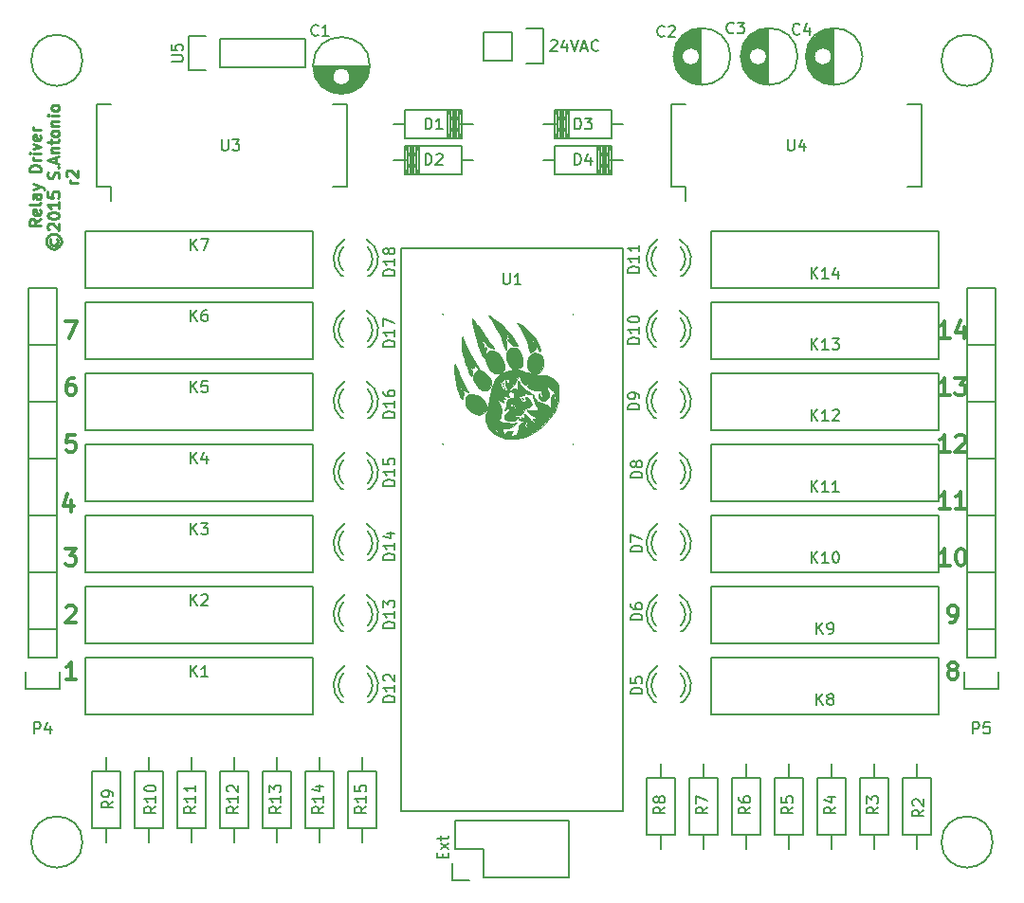
<source format=gto>
G04 #@! TF.FileFunction,Legend,Top*
%FSLAX46Y46*%
G04 Gerber Fmt 4.6, Leading zero omitted, Abs format (unit mm)*
G04 Created by KiCad (PCBNEW (2015-10-05 BZR 6247)-product) date Mon 12 Oct 2015 07:26:51 PM AWST*
%MOMM*%
G01*
G04 APERTURE LIST*
%ADD10C,0.100000*%
%ADD11C,0.250000*%
%ADD12C,0.200000*%
%ADD13C,0.300000*%
%ADD14C,0.150000*%
%ADD15C,0.010000*%
G04 APERTURE END LIST*
D10*
D11*
X147138381Y-92915905D02*
X146662190Y-93249239D01*
X147138381Y-93487334D02*
X146138381Y-93487334D01*
X146138381Y-93106381D01*
X146186000Y-93011143D01*
X146233619Y-92963524D01*
X146328857Y-92915905D01*
X146471714Y-92915905D01*
X146566952Y-92963524D01*
X146614571Y-93011143D01*
X146662190Y-93106381D01*
X146662190Y-93487334D01*
X147090762Y-92106381D02*
X147138381Y-92201619D01*
X147138381Y-92392096D01*
X147090762Y-92487334D01*
X146995524Y-92534953D01*
X146614571Y-92534953D01*
X146519333Y-92487334D01*
X146471714Y-92392096D01*
X146471714Y-92201619D01*
X146519333Y-92106381D01*
X146614571Y-92058762D01*
X146709810Y-92058762D01*
X146805048Y-92534953D01*
X147138381Y-91487334D02*
X147090762Y-91582572D01*
X146995524Y-91630191D01*
X146138381Y-91630191D01*
X147138381Y-90677809D02*
X146614571Y-90677809D01*
X146519333Y-90725428D01*
X146471714Y-90820666D01*
X146471714Y-91011143D01*
X146519333Y-91106381D01*
X147090762Y-90677809D02*
X147138381Y-90773047D01*
X147138381Y-91011143D01*
X147090762Y-91106381D01*
X146995524Y-91154000D01*
X146900286Y-91154000D01*
X146805048Y-91106381D01*
X146757429Y-91011143D01*
X146757429Y-90773047D01*
X146709810Y-90677809D01*
X146471714Y-90296857D02*
X147138381Y-90058762D01*
X146471714Y-89820666D02*
X147138381Y-90058762D01*
X147376476Y-90154000D01*
X147424095Y-90201619D01*
X147471714Y-90296857D01*
X147138381Y-88677809D02*
X146138381Y-88677809D01*
X146138381Y-88439714D01*
X146186000Y-88296856D01*
X146281238Y-88201618D01*
X146376476Y-88153999D01*
X146566952Y-88106380D01*
X146709810Y-88106380D01*
X146900286Y-88153999D01*
X146995524Y-88201618D01*
X147090762Y-88296856D01*
X147138381Y-88439714D01*
X147138381Y-88677809D01*
X147138381Y-87677809D02*
X146471714Y-87677809D01*
X146662190Y-87677809D02*
X146566952Y-87630190D01*
X146519333Y-87582571D01*
X146471714Y-87487333D01*
X146471714Y-87392094D01*
X147138381Y-87058761D02*
X146471714Y-87058761D01*
X146138381Y-87058761D02*
X146186000Y-87106380D01*
X146233619Y-87058761D01*
X146186000Y-87011142D01*
X146138381Y-87058761D01*
X146233619Y-87058761D01*
X146471714Y-86677809D02*
X147138381Y-86439714D01*
X146471714Y-86201618D01*
X147090762Y-85439713D02*
X147138381Y-85534951D01*
X147138381Y-85725428D01*
X147090762Y-85820666D01*
X146995524Y-85868285D01*
X146614571Y-85868285D01*
X146519333Y-85820666D01*
X146471714Y-85725428D01*
X146471714Y-85534951D01*
X146519333Y-85439713D01*
X146614571Y-85392094D01*
X146709810Y-85392094D01*
X146805048Y-85868285D01*
X147138381Y-84963523D02*
X146471714Y-84963523D01*
X146662190Y-84963523D02*
X146566952Y-84915904D01*
X146519333Y-84868285D01*
X146471714Y-84773047D01*
X146471714Y-84677808D01*
X148026476Y-94725429D02*
X147978857Y-94820667D01*
X147978857Y-95011143D01*
X148026476Y-95106381D01*
X148121714Y-95201619D01*
X148216952Y-95249238D01*
X148407429Y-95249238D01*
X148502667Y-95201619D01*
X148597905Y-95106381D01*
X148645524Y-95011143D01*
X148645524Y-94820667D01*
X148597905Y-94725429D01*
X147645524Y-94915905D02*
X147693143Y-95154000D01*
X147836000Y-95392096D01*
X148074095Y-95534953D01*
X148312190Y-95582572D01*
X148550286Y-95534953D01*
X148788381Y-95392096D01*
X148931238Y-95154000D01*
X148978857Y-94915905D01*
X148931238Y-94677810D01*
X148788381Y-94439715D01*
X148550286Y-94296858D01*
X148312190Y-94249238D01*
X148074095Y-94296858D01*
X147836000Y-94439715D01*
X147693143Y-94677810D01*
X147645524Y-94915905D01*
X147883619Y-93868286D02*
X147836000Y-93820667D01*
X147788381Y-93725429D01*
X147788381Y-93487333D01*
X147836000Y-93392095D01*
X147883619Y-93344476D01*
X147978857Y-93296857D01*
X148074095Y-93296857D01*
X148216952Y-93344476D01*
X148788381Y-93915905D01*
X148788381Y-93296857D01*
X147788381Y-92677810D02*
X147788381Y-92582571D01*
X147836000Y-92487333D01*
X147883619Y-92439714D01*
X147978857Y-92392095D01*
X148169333Y-92344476D01*
X148407429Y-92344476D01*
X148597905Y-92392095D01*
X148693143Y-92439714D01*
X148740762Y-92487333D01*
X148788381Y-92582571D01*
X148788381Y-92677810D01*
X148740762Y-92773048D01*
X148693143Y-92820667D01*
X148597905Y-92868286D01*
X148407429Y-92915905D01*
X148169333Y-92915905D01*
X147978857Y-92868286D01*
X147883619Y-92820667D01*
X147836000Y-92773048D01*
X147788381Y-92677810D01*
X148788381Y-91392095D02*
X148788381Y-91963524D01*
X148788381Y-91677810D02*
X147788381Y-91677810D01*
X147931238Y-91773048D01*
X148026476Y-91868286D01*
X148074095Y-91963524D01*
X147788381Y-90487333D02*
X147788381Y-90963524D01*
X148264571Y-91011143D01*
X148216952Y-90963524D01*
X148169333Y-90868286D01*
X148169333Y-90630190D01*
X148216952Y-90534952D01*
X148264571Y-90487333D01*
X148359810Y-90439714D01*
X148597905Y-90439714D01*
X148693143Y-90487333D01*
X148740762Y-90534952D01*
X148788381Y-90630190D01*
X148788381Y-90868286D01*
X148740762Y-90963524D01*
X148693143Y-91011143D01*
X148740762Y-89296857D02*
X148788381Y-89154000D01*
X148788381Y-88915904D01*
X148740762Y-88820666D01*
X148693143Y-88773047D01*
X148597905Y-88725428D01*
X148502667Y-88725428D01*
X148407429Y-88773047D01*
X148359810Y-88820666D01*
X148312190Y-88915904D01*
X148264571Y-89106381D01*
X148216952Y-89201619D01*
X148169333Y-89249238D01*
X148074095Y-89296857D01*
X147978857Y-89296857D01*
X147883619Y-89249238D01*
X147836000Y-89201619D01*
X147788381Y-89106381D01*
X147788381Y-88868285D01*
X147836000Y-88725428D01*
X148693143Y-88296857D02*
X148740762Y-88249238D01*
X148788381Y-88296857D01*
X148740762Y-88344476D01*
X148693143Y-88296857D01*
X148788381Y-88296857D01*
X148502667Y-87868286D02*
X148502667Y-87392095D01*
X148788381Y-87963524D02*
X147788381Y-87630191D01*
X148788381Y-87296857D01*
X148121714Y-86963524D02*
X148788381Y-86963524D01*
X148216952Y-86963524D02*
X148169333Y-86915905D01*
X148121714Y-86820667D01*
X148121714Y-86677809D01*
X148169333Y-86582571D01*
X148264571Y-86534952D01*
X148788381Y-86534952D01*
X148121714Y-86201619D02*
X148121714Y-85820667D01*
X147788381Y-86058762D02*
X148645524Y-86058762D01*
X148740762Y-86011143D01*
X148788381Y-85915905D01*
X148788381Y-85820667D01*
X148788381Y-85344476D02*
X148740762Y-85439714D01*
X148693143Y-85487333D01*
X148597905Y-85534952D01*
X148312190Y-85534952D01*
X148216952Y-85487333D01*
X148169333Y-85439714D01*
X148121714Y-85344476D01*
X148121714Y-85201618D01*
X148169333Y-85106380D01*
X148216952Y-85058761D01*
X148312190Y-85011142D01*
X148597905Y-85011142D01*
X148693143Y-85058761D01*
X148740762Y-85106380D01*
X148788381Y-85201618D01*
X148788381Y-85344476D01*
X148121714Y-84582571D02*
X148788381Y-84582571D01*
X148216952Y-84582571D02*
X148169333Y-84534952D01*
X148121714Y-84439714D01*
X148121714Y-84296856D01*
X148169333Y-84201618D01*
X148264571Y-84153999D01*
X148788381Y-84153999D01*
X148788381Y-83677809D02*
X148121714Y-83677809D01*
X147788381Y-83677809D02*
X147836000Y-83725428D01*
X147883619Y-83677809D01*
X147836000Y-83630190D01*
X147788381Y-83677809D01*
X147883619Y-83677809D01*
X148788381Y-83058762D02*
X148740762Y-83154000D01*
X148693143Y-83201619D01*
X148597905Y-83249238D01*
X148312190Y-83249238D01*
X148216952Y-83201619D01*
X148169333Y-83154000D01*
X148121714Y-83058762D01*
X148121714Y-82915904D01*
X148169333Y-82820666D01*
X148216952Y-82773047D01*
X148312190Y-82725428D01*
X148597905Y-82725428D01*
X148693143Y-82773047D01*
X148740762Y-82820666D01*
X148788381Y-82915904D01*
X148788381Y-83058762D01*
X150438381Y-89701619D02*
X149771714Y-89701619D01*
X149962190Y-89701619D02*
X149866952Y-89654000D01*
X149819333Y-89606381D01*
X149771714Y-89511143D01*
X149771714Y-89415904D01*
X149533619Y-89130190D02*
X149486000Y-89082571D01*
X149438381Y-88987333D01*
X149438381Y-88749237D01*
X149486000Y-88653999D01*
X149533619Y-88606380D01*
X149628857Y-88558761D01*
X149724095Y-88558761D01*
X149866952Y-88606380D01*
X150438381Y-89177809D01*
X150438381Y-88558761D01*
D12*
X146050000Y-104140000D02*
X148590000Y-104140000D01*
X146050000Y-109220000D02*
X148590000Y-109220000D01*
X146050000Y-114300000D02*
X148590000Y-114300000D01*
X146050000Y-119380000D02*
X148590000Y-119380000D01*
X146050000Y-124460000D02*
X148590000Y-124460000D01*
X146050000Y-129540000D02*
X148590000Y-129540000D01*
X232410000Y-129540000D02*
X229870000Y-129540000D01*
X232410000Y-124460000D02*
X232410000Y-124714000D01*
X229870000Y-124460000D02*
X232410000Y-124460000D01*
X229870000Y-119380000D02*
X232410000Y-119380000D01*
X229870000Y-114300000D02*
X232410000Y-114300000D01*
X229870000Y-109220000D02*
X232410000Y-109220000D01*
X229870000Y-104140000D02*
X232410000Y-104140000D01*
D13*
X228314286Y-103548571D02*
X227457143Y-103548571D01*
X227885715Y-103548571D02*
X227885715Y-102048571D01*
X227742858Y-102262857D01*
X227600000Y-102405714D01*
X227457143Y-102477143D01*
X229600000Y-102548571D02*
X229600000Y-103548571D01*
X229242857Y-101977143D02*
X228885714Y-103048571D01*
X229814286Y-103048571D01*
X228314286Y-108628571D02*
X227457143Y-108628571D01*
X227885715Y-108628571D02*
X227885715Y-107128571D01*
X227742858Y-107342857D01*
X227600000Y-107485714D01*
X227457143Y-107557143D01*
X228814286Y-107128571D02*
X229742857Y-107128571D01*
X229242857Y-107700000D01*
X229457143Y-107700000D01*
X229600000Y-107771429D01*
X229671429Y-107842857D01*
X229742857Y-107985714D01*
X229742857Y-108342857D01*
X229671429Y-108485714D01*
X229600000Y-108557143D01*
X229457143Y-108628571D01*
X229028571Y-108628571D01*
X228885714Y-108557143D01*
X228814286Y-108485714D01*
X228314286Y-113708571D02*
X227457143Y-113708571D01*
X227885715Y-113708571D02*
X227885715Y-112208571D01*
X227742858Y-112422857D01*
X227600000Y-112565714D01*
X227457143Y-112637143D01*
X228885714Y-112351429D02*
X228957143Y-112280000D01*
X229100000Y-112208571D01*
X229457143Y-112208571D01*
X229600000Y-112280000D01*
X229671429Y-112351429D01*
X229742857Y-112494286D01*
X229742857Y-112637143D01*
X229671429Y-112851429D01*
X228814286Y-113708571D01*
X229742857Y-113708571D01*
X228314286Y-118788571D02*
X227457143Y-118788571D01*
X227885715Y-118788571D02*
X227885715Y-117288571D01*
X227742858Y-117502857D01*
X227600000Y-117645714D01*
X227457143Y-117717143D01*
X229742857Y-118788571D02*
X228885714Y-118788571D01*
X229314286Y-118788571D02*
X229314286Y-117288571D01*
X229171429Y-117502857D01*
X229028571Y-117645714D01*
X228885714Y-117717143D01*
X228314286Y-123868571D02*
X227457143Y-123868571D01*
X227885715Y-123868571D02*
X227885715Y-122368571D01*
X227742858Y-122582857D01*
X227600000Y-122725714D01*
X227457143Y-122797143D01*
X229242857Y-122368571D02*
X229385714Y-122368571D01*
X229528571Y-122440000D01*
X229600000Y-122511429D01*
X229671429Y-122654286D01*
X229742857Y-122940000D01*
X229742857Y-123297143D01*
X229671429Y-123582857D01*
X229600000Y-123725714D01*
X229528571Y-123797143D01*
X229385714Y-123868571D01*
X229242857Y-123868571D01*
X229100000Y-123797143D01*
X229028571Y-123725714D01*
X228957143Y-123582857D01*
X228885714Y-123297143D01*
X228885714Y-122940000D01*
X228957143Y-122654286D01*
X229028571Y-122511429D01*
X229100000Y-122440000D01*
X229242857Y-122368571D01*
X228314286Y-128948571D02*
X228600001Y-128948571D01*
X228742858Y-128877143D01*
X228814286Y-128805714D01*
X228957144Y-128591429D01*
X229028572Y-128305714D01*
X229028572Y-127734286D01*
X228957144Y-127591429D01*
X228885715Y-127520000D01*
X228742858Y-127448571D01*
X228457144Y-127448571D01*
X228314286Y-127520000D01*
X228242858Y-127591429D01*
X228171429Y-127734286D01*
X228171429Y-128091429D01*
X228242858Y-128234286D01*
X228314286Y-128305714D01*
X228457144Y-128377143D01*
X228742858Y-128377143D01*
X228885715Y-128305714D01*
X228957144Y-128234286D01*
X229028572Y-128091429D01*
X228457144Y-133171429D02*
X228314286Y-133100000D01*
X228242858Y-133028571D01*
X228171429Y-132885714D01*
X228171429Y-132814286D01*
X228242858Y-132671429D01*
X228314286Y-132600000D01*
X228457144Y-132528571D01*
X228742858Y-132528571D01*
X228885715Y-132600000D01*
X228957144Y-132671429D01*
X229028572Y-132814286D01*
X229028572Y-132885714D01*
X228957144Y-133028571D01*
X228885715Y-133100000D01*
X228742858Y-133171429D01*
X228457144Y-133171429D01*
X228314286Y-133242857D01*
X228242858Y-133314286D01*
X228171429Y-133457143D01*
X228171429Y-133742857D01*
X228242858Y-133885714D01*
X228314286Y-133957143D01*
X228457144Y-134028571D01*
X228742858Y-134028571D01*
X228885715Y-133957143D01*
X228957144Y-133885714D01*
X229028572Y-133742857D01*
X229028572Y-133457143D01*
X228957144Y-133314286D01*
X228885715Y-133242857D01*
X228742858Y-133171429D01*
X149360001Y-102048571D02*
X150360001Y-102048571D01*
X149717144Y-103548571D01*
X150145715Y-107128571D02*
X149860001Y-107128571D01*
X149717144Y-107200000D01*
X149645715Y-107271429D01*
X149502858Y-107485714D01*
X149431429Y-107771429D01*
X149431429Y-108342857D01*
X149502858Y-108485714D01*
X149574286Y-108557143D01*
X149717144Y-108628571D01*
X150002858Y-108628571D01*
X150145715Y-108557143D01*
X150217144Y-108485714D01*
X150288572Y-108342857D01*
X150288572Y-107985714D01*
X150217144Y-107842857D01*
X150145715Y-107771429D01*
X150002858Y-107700000D01*
X149717144Y-107700000D01*
X149574286Y-107771429D01*
X149502858Y-107842857D01*
X149431429Y-107985714D01*
X150217144Y-112208571D02*
X149502858Y-112208571D01*
X149431429Y-112922857D01*
X149502858Y-112851429D01*
X149645715Y-112780000D01*
X150002858Y-112780000D01*
X150145715Y-112851429D01*
X150217144Y-112922857D01*
X150288572Y-113065714D01*
X150288572Y-113422857D01*
X150217144Y-113565714D01*
X150145715Y-113637143D01*
X150002858Y-113708571D01*
X149645715Y-113708571D01*
X149502858Y-113637143D01*
X149431429Y-113565714D01*
X149891715Y-118042571D02*
X149891715Y-119042571D01*
X149534572Y-117471143D02*
X149177429Y-118542571D01*
X150106001Y-118542571D01*
X149360001Y-122368571D02*
X150288572Y-122368571D01*
X149788572Y-122940000D01*
X150002858Y-122940000D01*
X150145715Y-123011429D01*
X150217144Y-123082857D01*
X150288572Y-123225714D01*
X150288572Y-123582857D01*
X150217144Y-123725714D01*
X150145715Y-123797143D01*
X150002858Y-123868571D01*
X149574286Y-123868571D01*
X149431429Y-123797143D01*
X149360001Y-123725714D01*
X149431429Y-127591429D02*
X149502858Y-127520000D01*
X149645715Y-127448571D01*
X150002858Y-127448571D01*
X150145715Y-127520000D01*
X150217144Y-127591429D01*
X150288572Y-127734286D01*
X150288572Y-127877143D01*
X150217144Y-128091429D01*
X149360001Y-128948571D01*
X150288572Y-128948571D01*
X150288572Y-134028571D02*
X149431429Y-134028571D01*
X149860001Y-134028571D02*
X149860001Y-132528571D01*
X149717144Y-132742857D01*
X149574286Y-132885714D01*
X149431429Y-132957143D01*
D14*
X150876000Y-78740000D02*
G75*
G03X150876000Y-78740000I-2286000J0D01*
G01*
X150876000Y-148590000D02*
G75*
G03X150876000Y-148590000I-2286000J0D01*
G01*
X232156000Y-148590000D02*
G75*
G03X232156000Y-148590000I-2286000J0D01*
G01*
X199136000Y-95504000D02*
X179324000Y-95504000D01*
X179324000Y-95504000D02*
X179324000Y-145796000D01*
X179324000Y-145796000D02*
X199136000Y-145796000D01*
X199136000Y-145796000D02*
X199136000Y-95504000D01*
X179705000Y-84457540D02*
X178689000Y-84457540D01*
X184531000Y-84457540D02*
X185801000Y-84457540D01*
X184277000Y-85727540D02*
X184277000Y-83187540D01*
X184023000Y-85727540D02*
X184023000Y-83187540D01*
X183769000Y-85727540D02*
X183769000Y-83187540D01*
X184531000Y-85727540D02*
X184531000Y-83187540D01*
X183515000Y-85727540D02*
X184785000Y-83187540D01*
X184785000Y-85727540D02*
X183515000Y-83187540D01*
X183515000Y-85727540D02*
X183515000Y-83187540D01*
X184150000Y-85727540D02*
X184150000Y-83187540D01*
X184785000Y-83187540D02*
X184785000Y-85727540D01*
X184785000Y-85727540D02*
X179705000Y-85727540D01*
X179705000Y-85727540D02*
X179705000Y-83187540D01*
X179705000Y-83187540D02*
X184785000Y-83187540D01*
X184785000Y-87627460D02*
X185801000Y-87627460D01*
X179959000Y-87627460D02*
X178689000Y-87627460D01*
X180213000Y-86357460D02*
X180213000Y-88897460D01*
X180467000Y-86357460D02*
X180467000Y-88897460D01*
X180721000Y-86357460D02*
X180721000Y-88897460D01*
X179959000Y-86357460D02*
X179959000Y-88897460D01*
X180975000Y-86357460D02*
X179705000Y-88897460D01*
X179705000Y-86357460D02*
X180975000Y-88897460D01*
X180975000Y-86357460D02*
X180975000Y-88897460D01*
X180340000Y-86357460D02*
X180340000Y-88897460D01*
X179705000Y-88897460D02*
X179705000Y-86357460D01*
X179705000Y-86357460D02*
X184785000Y-86357460D01*
X184785000Y-86357460D02*
X184785000Y-88897460D01*
X184785000Y-88897460D02*
X179705000Y-88897460D01*
X198120000Y-84452460D02*
X199136000Y-84452460D01*
X193294000Y-84452460D02*
X192024000Y-84452460D01*
X193548000Y-83182460D02*
X193548000Y-85722460D01*
X193802000Y-83182460D02*
X193802000Y-85722460D01*
X194056000Y-83182460D02*
X194056000Y-85722460D01*
X193294000Y-83182460D02*
X193294000Y-85722460D01*
X194310000Y-83182460D02*
X193040000Y-85722460D01*
X193040000Y-83182460D02*
X194310000Y-85722460D01*
X194310000Y-83182460D02*
X194310000Y-85722460D01*
X193675000Y-83182460D02*
X193675000Y-85722460D01*
X193040000Y-85722460D02*
X193040000Y-83182460D01*
X193040000Y-83182460D02*
X198120000Y-83182460D01*
X198120000Y-83182460D02*
X198120000Y-85722460D01*
X198120000Y-85722460D02*
X193040000Y-85722460D01*
X193040000Y-87632540D02*
X192024000Y-87632540D01*
X197866000Y-87632540D02*
X199136000Y-87632540D01*
X197612000Y-88902540D02*
X197612000Y-86362540D01*
X197358000Y-88902540D02*
X197358000Y-86362540D01*
X197104000Y-88902540D02*
X197104000Y-86362540D01*
X197866000Y-88902540D02*
X197866000Y-86362540D01*
X196850000Y-88902540D02*
X198120000Y-86362540D01*
X198120000Y-88902540D02*
X196850000Y-86362540D01*
X196850000Y-88902540D02*
X196850000Y-86362540D01*
X197485000Y-88902540D02*
X197485000Y-86362540D01*
X198120000Y-86362540D02*
X198120000Y-88902540D01*
X198120000Y-88902540D02*
X193040000Y-88902540D01*
X193040000Y-88902540D02*
X193040000Y-86362540D01*
X193040000Y-86362540D02*
X198120000Y-86362540D01*
X204514000Y-136089000D02*
X204314000Y-136089000D01*
X201920000Y-136089000D02*
X202100000Y-136089000D01*
X202230357Y-132861256D02*
G75*
G03X201914000Y-136089000I1003643J-1727744D01*
G01*
X202100932Y-133536994D02*
G75*
G03X202100000Y-135640000I1133068J-1052006D01*
G01*
X204540726Y-136076220D02*
G75*
G03X204194000Y-132839000I-1306726J1497220D01*
G01*
X204313253Y-135602889D02*
G75*
G03X204294000Y-133555000I-1079253J1013889D01*
G01*
X204514000Y-129739000D02*
X204314000Y-129739000D01*
X201920000Y-129739000D02*
X202100000Y-129739000D01*
X202230357Y-126511256D02*
G75*
G03X201914000Y-129739000I1003643J-1727744D01*
G01*
X202100932Y-127186994D02*
G75*
G03X202100000Y-129290000I1133068J-1052006D01*
G01*
X204540726Y-129726220D02*
G75*
G03X204194000Y-126489000I-1306726J1497220D01*
G01*
X204313253Y-129252889D02*
G75*
G03X204294000Y-127205000I-1079253J1013889D01*
G01*
X204514000Y-123389000D02*
X204314000Y-123389000D01*
X201920000Y-123389000D02*
X202100000Y-123389000D01*
X202230357Y-120161256D02*
G75*
G03X201914000Y-123389000I1003643J-1727744D01*
G01*
X202100932Y-120836994D02*
G75*
G03X202100000Y-122940000I1133068J-1052006D01*
G01*
X204540726Y-123376220D02*
G75*
G03X204194000Y-120139000I-1306726J1497220D01*
G01*
X204313253Y-122902889D02*
G75*
G03X204294000Y-120855000I-1079253J1013889D01*
G01*
X204514000Y-117039000D02*
X204314000Y-117039000D01*
X201920000Y-117039000D02*
X202100000Y-117039000D01*
X202230357Y-113811256D02*
G75*
G03X201914000Y-117039000I1003643J-1727744D01*
G01*
X202100932Y-114486994D02*
G75*
G03X202100000Y-116590000I1133068J-1052006D01*
G01*
X204540726Y-117026220D02*
G75*
G03X204194000Y-113789000I-1306726J1497220D01*
G01*
X204313253Y-116552889D02*
G75*
G03X204294000Y-114505000I-1079253J1013889D01*
G01*
X204514000Y-110689000D02*
X204314000Y-110689000D01*
X201920000Y-110689000D02*
X202100000Y-110689000D01*
X202230357Y-107461256D02*
G75*
G03X201914000Y-110689000I1003643J-1727744D01*
G01*
X202100932Y-108136994D02*
G75*
G03X202100000Y-110240000I1133068J-1052006D01*
G01*
X204540726Y-110676220D02*
G75*
G03X204194000Y-107439000I-1306726J1497220D01*
G01*
X204313253Y-110202889D02*
G75*
G03X204294000Y-108155000I-1079253J1013889D01*
G01*
X204514000Y-104339000D02*
X204314000Y-104339000D01*
X201920000Y-104339000D02*
X202100000Y-104339000D01*
X202230357Y-101111256D02*
G75*
G03X201914000Y-104339000I1003643J-1727744D01*
G01*
X202100932Y-101786994D02*
G75*
G03X202100000Y-103890000I1133068J-1052006D01*
G01*
X204540726Y-104326220D02*
G75*
G03X204194000Y-101089000I-1306726J1497220D01*
G01*
X204313253Y-103852889D02*
G75*
G03X204294000Y-101805000I-1079253J1013889D01*
G01*
X204514000Y-97989000D02*
X204314000Y-97989000D01*
X201920000Y-97989000D02*
X202100000Y-97989000D01*
X202230357Y-94761256D02*
G75*
G03X201914000Y-97989000I1003643J-1727744D01*
G01*
X202100932Y-95436994D02*
G75*
G03X202100000Y-97540000I1133068J-1052006D01*
G01*
X204540726Y-97976220D02*
G75*
G03X204194000Y-94739000I-1306726J1497220D01*
G01*
X204313253Y-97502889D02*
G75*
G03X204294000Y-95455000I-1079253J1013889D01*
G01*
X176574000Y-136089000D02*
X176374000Y-136089000D01*
X173980000Y-136089000D02*
X174160000Y-136089000D01*
X174290357Y-132861256D02*
G75*
G03X173974000Y-136089000I1003643J-1727744D01*
G01*
X174160932Y-133536994D02*
G75*
G03X174160000Y-135640000I1133068J-1052006D01*
G01*
X176600726Y-136076220D02*
G75*
G03X176254000Y-132839000I-1306726J1497220D01*
G01*
X176373253Y-135602889D02*
G75*
G03X176354000Y-133555000I-1079253J1013889D01*
G01*
X176574000Y-129739000D02*
X176374000Y-129739000D01*
X173980000Y-129739000D02*
X174160000Y-129739000D01*
X174290357Y-126511256D02*
G75*
G03X173974000Y-129739000I1003643J-1727744D01*
G01*
X174160932Y-127186994D02*
G75*
G03X174160000Y-129290000I1133068J-1052006D01*
G01*
X176600726Y-129726220D02*
G75*
G03X176254000Y-126489000I-1306726J1497220D01*
G01*
X176373253Y-129252889D02*
G75*
G03X176354000Y-127205000I-1079253J1013889D01*
G01*
X176574000Y-123389000D02*
X176374000Y-123389000D01*
X173980000Y-123389000D02*
X174160000Y-123389000D01*
X174290357Y-120161256D02*
G75*
G03X173974000Y-123389000I1003643J-1727744D01*
G01*
X174160932Y-120836994D02*
G75*
G03X174160000Y-122940000I1133068J-1052006D01*
G01*
X176600726Y-123376220D02*
G75*
G03X176254000Y-120139000I-1306726J1497220D01*
G01*
X176373253Y-122902889D02*
G75*
G03X176354000Y-120855000I-1079253J1013889D01*
G01*
X176574000Y-117039000D02*
X176374000Y-117039000D01*
X173980000Y-117039000D02*
X174160000Y-117039000D01*
X174290357Y-113811256D02*
G75*
G03X173974000Y-117039000I1003643J-1727744D01*
G01*
X174160932Y-114486994D02*
G75*
G03X174160000Y-116590000I1133068J-1052006D01*
G01*
X176600726Y-117026220D02*
G75*
G03X176254000Y-113789000I-1306726J1497220D01*
G01*
X176373253Y-116552889D02*
G75*
G03X176354000Y-114505000I-1079253J1013889D01*
G01*
X176574000Y-110689000D02*
X176374000Y-110689000D01*
X173980000Y-110689000D02*
X174160000Y-110689000D01*
X174290357Y-107461256D02*
G75*
G03X173974000Y-110689000I1003643J-1727744D01*
G01*
X174160932Y-108136994D02*
G75*
G03X174160000Y-110240000I1133068J-1052006D01*
G01*
X176600726Y-110676220D02*
G75*
G03X176254000Y-107439000I-1306726J1497220D01*
G01*
X176373253Y-110202889D02*
G75*
G03X176354000Y-108155000I-1079253J1013889D01*
G01*
X176574000Y-104339000D02*
X176374000Y-104339000D01*
X173980000Y-104339000D02*
X174160000Y-104339000D01*
X174290357Y-101111256D02*
G75*
G03X173974000Y-104339000I1003643J-1727744D01*
G01*
X174160932Y-101786994D02*
G75*
G03X174160000Y-103890000I1133068J-1052006D01*
G01*
X176600726Y-104326220D02*
G75*
G03X176254000Y-101089000I-1306726J1497220D01*
G01*
X176373253Y-103852889D02*
G75*
G03X176354000Y-101805000I-1079253J1013889D01*
G01*
X176574000Y-97989000D02*
X176374000Y-97989000D01*
X173980000Y-97989000D02*
X174160000Y-97989000D01*
X174290357Y-94761256D02*
G75*
G03X173974000Y-97989000I1003643J-1727744D01*
G01*
X174160932Y-95436994D02*
G75*
G03X174160000Y-97540000I1133068J-1052006D01*
G01*
X176600726Y-97976220D02*
G75*
G03X176254000Y-94739000I-1306726J1497220D01*
G01*
X176373253Y-97502889D02*
G75*
G03X176354000Y-95455000I-1079253J1013889D01*
G01*
X189230000Y-78740000D02*
X186690000Y-78740000D01*
X192050000Y-79020000D02*
X190500000Y-79020000D01*
X189230000Y-78740000D02*
X189230000Y-76200000D01*
X190500000Y-75920000D02*
X192050000Y-75920000D01*
X192050000Y-75920000D02*
X192050000Y-79020000D01*
X189230000Y-76200000D02*
X186690000Y-76200000D01*
X186690000Y-76200000D02*
X186690000Y-78740000D01*
X186690000Y-151765000D02*
X194310000Y-151765000D01*
X194310000Y-151765000D02*
X194310000Y-146685000D01*
X194310000Y-146685000D02*
X184150000Y-146685000D01*
X184150000Y-146685000D02*
X184150000Y-149225000D01*
X183870000Y-150495000D02*
X183870000Y-152045000D01*
X184150000Y-149225000D02*
X186690000Y-149225000D01*
X186690000Y-149225000D02*
X186690000Y-151765000D01*
X183870000Y-152045000D02*
X185420000Y-152045000D01*
X163195000Y-79375000D02*
X170815000Y-79375000D01*
X163195000Y-76835000D02*
X170815000Y-76835000D01*
X160375000Y-76555000D02*
X161925000Y-76555000D01*
X170815000Y-79375000D02*
X170815000Y-76835000D01*
X163195000Y-76835000D02*
X163195000Y-79375000D01*
X161925000Y-79655000D02*
X160375000Y-79655000D01*
X160375000Y-79655000D02*
X160375000Y-76555000D01*
X148590000Y-132080000D02*
X148590000Y-99060000D01*
X148590000Y-99060000D02*
X146050000Y-99060000D01*
X146050000Y-99060000D02*
X146050000Y-132080000D01*
X145770000Y-134900000D02*
X145770000Y-133350000D01*
X146050000Y-132080000D02*
X148590000Y-132080000D01*
X148870000Y-133350000D02*
X148870000Y-134900000D01*
X148870000Y-134900000D02*
X145770000Y-134900000D01*
X232410000Y-132080000D02*
X232410000Y-99060000D01*
X232410000Y-99060000D02*
X229870000Y-99060000D01*
X229870000Y-99060000D02*
X229870000Y-132080000D01*
X229590000Y-134900000D02*
X229590000Y-133350000D01*
X229870000Y-132080000D02*
X232410000Y-132080000D01*
X232690000Y-133350000D02*
X232690000Y-134900000D01*
X232690000Y-134900000D02*
X229590000Y-134900000D01*
X226695000Y-142875000D02*
X226695000Y-147955000D01*
X226695000Y-147955000D02*
X224155000Y-147955000D01*
X224155000Y-147955000D02*
X224155000Y-142875000D01*
X224155000Y-142875000D02*
X226695000Y-142875000D01*
X225425000Y-142875000D02*
X225425000Y-141605000D01*
X225425000Y-147955000D02*
X225425000Y-149225000D01*
X222885000Y-142875000D02*
X222885000Y-147955000D01*
X222885000Y-147955000D02*
X220345000Y-147955000D01*
X220345000Y-147955000D02*
X220345000Y-142875000D01*
X220345000Y-142875000D02*
X222885000Y-142875000D01*
X221615000Y-142875000D02*
X221615000Y-141605000D01*
X221615000Y-147955000D02*
X221615000Y-149225000D01*
X219075000Y-142875000D02*
X219075000Y-147955000D01*
X219075000Y-147955000D02*
X216535000Y-147955000D01*
X216535000Y-147955000D02*
X216535000Y-142875000D01*
X216535000Y-142875000D02*
X219075000Y-142875000D01*
X217805000Y-142875000D02*
X217805000Y-141605000D01*
X217805000Y-147955000D02*
X217805000Y-149225000D01*
X215265000Y-142875000D02*
X215265000Y-147955000D01*
X215265000Y-147955000D02*
X212725000Y-147955000D01*
X212725000Y-147955000D02*
X212725000Y-142875000D01*
X212725000Y-142875000D02*
X215265000Y-142875000D01*
X213995000Y-142875000D02*
X213995000Y-141605000D01*
X213995000Y-147955000D02*
X213995000Y-149225000D01*
X211455000Y-142875000D02*
X211455000Y-147955000D01*
X211455000Y-147955000D02*
X208915000Y-147955000D01*
X208915000Y-147955000D02*
X208915000Y-142875000D01*
X208915000Y-142875000D02*
X211455000Y-142875000D01*
X210185000Y-142875000D02*
X210185000Y-141605000D01*
X210185000Y-147955000D02*
X210185000Y-149225000D01*
X207645000Y-142875000D02*
X207645000Y-147955000D01*
X207645000Y-147955000D02*
X205105000Y-147955000D01*
X205105000Y-147955000D02*
X205105000Y-142875000D01*
X205105000Y-142875000D02*
X207645000Y-142875000D01*
X206375000Y-142875000D02*
X206375000Y-141605000D01*
X206375000Y-147955000D02*
X206375000Y-149225000D01*
X203835000Y-142875000D02*
X203835000Y-147955000D01*
X203835000Y-147955000D02*
X201295000Y-147955000D01*
X201295000Y-147955000D02*
X201295000Y-142875000D01*
X201295000Y-142875000D02*
X203835000Y-142875000D01*
X202565000Y-142875000D02*
X202565000Y-141605000D01*
X202565000Y-147955000D02*
X202565000Y-149225000D01*
X154305000Y-142240000D02*
X154305000Y-147320000D01*
X154305000Y-147320000D02*
X151765000Y-147320000D01*
X151765000Y-147320000D02*
X151765000Y-142240000D01*
X151765000Y-142240000D02*
X154305000Y-142240000D01*
X153035000Y-142240000D02*
X153035000Y-140970000D01*
X153035000Y-147320000D02*
X153035000Y-148590000D01*
X158115000Y-142240000D02*
X158115000Y-147320000D01*
X158115000Y-147320000D02*
X155575000Y-147320000D01*
X155575000Y-147320000D02*
X155575000Y-142240000D01*
X155575000Y-142240000D02*
X158115000Y-142240000D01*
X156845000Y-142240000D02*
X156845000Y-140970000D01*
X156845000Y-147320000D02*
X156845000Y-148590000D01*
X161925000Y-142240000D02*
X161925000Y-147320000D01*
X161925000Y-147320000D02*
X159385000Y-147320000D01*
X159385000Y-147320000D02*
X159385000Y-142240000D01*
X159385000Y-142240000D02*
X161925000Y-142240000D01*
X160655000Y-142240000D02*
X160655000Y-140970000D01*
X160655000Y-147320000D02*
X160655000Y-148590000D01*
X165735000Y-142240000D02*
X165735000Y-147320000D01*
X165735000Y-147320000D02*
X163195000Y-147320000D01*
X163195000Y-147320000D02*
X163195000Y-142240000D01*
X163195000Y-142240000D02*
X165735000Y-142240000D01*
X164465000Y-142240000D02*
X164465000Y-140970000D01*
X164465000Y-147320000D02*
X164465000Y-148590000D01*
X169545000Y-142240000D02*
X169545000Y-147320000D01*
X169545000Y-147320000D02*
X167005000Y-147320000D01*
X167005000Y-147320000D02*
X167005000Y-142240000D01*
X167005000Y-142240000D02*
X169545000Y-142240000D01*
X168275000Y-142240000D02*
X168275000Y-140970000D01*
X168275000Y-147320000D02*
X168275000Y-148590000D01*
X173355000Y-142240000D02*
X173355000Y-147320000D01*
X173355000Y-147320000D02*
X170815000Y-147320000D01*
X170815000Y-147320000D02*
X170815000Y-142240000D01*
X170815000Y-142240000D02*
X173355000Y-142240000D01*
X172085000Y-142240000D02*
X172085000Y-140970000D01*
X172085000Y-147320000D02*
X172085000Y-148590000D01*
X177165000Y-142240000D02*
X177165000Y-147320000D01*
X177165000Y-147320000D02*
X174625000Y-147320000D01*
X174625000Y-147320000D02*
X174625000Y-142240000D01*
X174625000Y-142240000D02*
X177165000Y-142240000D01*
X175895000Y-142240000D02*
X175895000Y-140970000D01*
X175895000Y-147320000D02*
X175895000Y-148590000D01*
X152137000Y-90035000D02*
X153407000Y-90035000D01*
X152137000Y-82685000D02*
X153407000Y-82685000D01*
X174507000Y-82685000D02*
X173237000Y-82685000D01*
X174507000Y-90035000D02*
X173237000Y-90035000D01*
X152137000Y-90035000D02*
X152137000Y-82685000D01*
X174507000Y-90035000D02*
X174507000Y-82685000D01*
X153407000Y-90035000D02*
X153407000Y-91320000D01*
X203445000Y-90035000D02*
X204715000Y-90035000D01*
X203445000Y-82685000D02*
X204715000Y-82685000D01*
X225815000Y-82685000D02*
X224545000Y-82685000D01*
X225815000Y-90035000D02*
X224545000Y-90035000D01*
X203445000Y-90035000D02*
X203445000Y-82685000D01*
X225815000Y-90035000D02*
X225815000Y-82685000D01*
X204715000Y-90035000D02*
X204715000Y-91320000D01*
X227330000Y-106680000D02*
X227330000Y-111760000D01*
X227330000Y-111760000D02*
X207010000Y-111760000D01*
X207010000Y-111760000D02*
X207010000Y-106680000D01*
X207010000Y-106680000D02*
X227330000Y-106680000D01*
X151130000Y-105410000D02*
X151130000Y-100330000D01*
X151130000Y-100330000D02*
X171450000Y-100330000D01*
X171450000Y-100330000D02*
X171450000Y-105410000D01*
X171450000Y-105410000D02*
X151130000Y-105410000D01*
X151130000Y-99060000D02*
X151130000Y-93980000D01*
X151130000Y-93980000D02*
X171450000Y-93980000D01*
X171450000Y-93980000D02*
X171450000Y-99060000D01*
X171450000Y-99060000D02*
X151130000Y-99060000D01*
X227330000Y-132080000D02*
X227330000Y-137160000D01*
X227330000Y-137160000D02*
X207010000Y-137160000D01*
X207010000Y-137160000D02*
X207010000Y-132080000D01*
X207010000Y-132080000D02*
X227330000Y-132080000D01*
X227330000Y-100330000D02*
X227330000Y-105410000D01*
X227330000Y-105410000D02*
X207010000Y-105410000D01*
X207010000Y-105410000D02*
X207010000Y-100330000D01*
X207010000Y-100330000D02*
X227330000Y-100330000D01*
X227330000Y-125730000D02*
X227330000Y-130810000D01*
X227330000Y-130810000D02*
X207010000Y-130810000D01*
X207010000Y-130810000D02*
X207010000Y-125730000D01*
X207010000Y-125730000D02*
X227330000Y-125730000D01*
X227330000Y-119380000D02*
X227330000Y-124460000D01*
X227330000Y-124460000D02*
X207010000Y-124460000D01*
X207010000Y-124460000D02*
X207010000Y-119380000D01*
X207010000Y-119380000D02*
X227330000Y-119380000D01*
X227330000Y-113030000D02*
X227330000Y-118110000D01*
X227330000Y-118110000D02*
X207010000Y-118110000D01*
X207010000Y-118110000D02*
X207010000Y-113030000D01*
X207010000Y-113030000D02*
X227330000Y-113030000D01*
X151130000Y-137160000D02*
X151130000Y-132080000D01*
X151130000Y-132080000D02*
X171450000Y-132080000D01*
X171450000Y-132080000D02*
X171450000Y-137160000D01*
X171450000Y-137160000D02*
X151130000Y-137160000D01*
X151130000Y-130810000D02*
X151130000Y-125730000D01*
X151130000Y-125730000D02*
X171450000Y-125730000D01*
X171450000Y-125730000D02*
X171450000Y-130810000D01*
X171450000Y-130810000D02*
X151130000Y-130810000D01*
X151130000Y-124460000D02*
X151130000Y-119380000D01*
X151130000Y-119380000D02*
X171450000Y-119380000D01*
X171450000Y-119380000D02*
X171450000Y-124460000D01*
X171450000Y-124460000D02*
X151130000Y-124460000D01*
X151130000Y-118110000D02*
X151130000Y-113030000D01*
X151130000Y-113030000D02*
X171450000Y-113030000D01*
X171450000Y-113030000D02*
X171450000Y-118110000D01*
X171450000Y-118110000D02*
X151130000Y-118110000D01*
X151130000Y-111760000D02*
X151130000Y-106680000D01*
X151130000Y-106680000D02*
X171450000Y-106680000D01*
X171450000Y-106680000D02*
X171450000Y-111760000D01*
X171450000Y-111760000D02*
X151130000Y-111760000D01*
X227330000Y-93980000D02*
X227330000Y-99060000D01*
X227330000Y-99060000D02*
X207010000Y-99060000D01*
X207010000Y-99060000D02*
X207010000Y-93980000D01*
X207010000Y-93980000D02*
X227330000Y-93980000D01*
X232156000Y-78740000D02*
G75*
G03X232156000Y-78740000I-2286000J0D01*
G01*
X206125000Y-80899000D02*
X206125000Y-75901000D01*
X205985000Y-80891000D02*
X205985000Y-78554000D01*
X205985000Y-78246000D02*
X205985000Y-75909000D01*
X205845000Y-80875000D02*
X205845000Y-78873000D01*
X205845000Y-77927000D02*
X205845000Y-75925000D01*
X205705000Y-80851000D02*
X205705000Y-79020000D01*
X205705000Y-77780000D02*
X205705000Y-75949000D01*
X205565000Y-80818000D02*
X205565000Y-79112000D01*
X205565000Y-77688000D02*
X205565000Y-75982000D01*
X205425000Y-80777000D02*
X205425000Y-79168000D01*
X205425000Y-77632000D02*
X205425000Y-76023000D01*
X205285000Y-80727000D02*
X205285000Y-79195000D01*
X205285000Y-77605000D02*
X205285000Y-76073000D01*
X205145000Y-80666000D02*
X205145000Y-79198000D01*
X205145000Y-77602000D02*
X205145000Y-76134000D01*
X205005000Y-80596000D02*
X205005000Y-79176000D01*
X205005000Y-77624000D02*
X205005000Y-76204000D01*
X204865000Y-80514000D02*
X204865000Y-79126000D01*
X204865000Y-77674000D02*
X204865000Y-76286000D01*
X204725000Y-80419000D02*
X204725000Y-79044000D01*
X204725000Y-77756000D02*
X204725000Y-76381000D01*
X204585000Y-80308000D02*
X204585000Y-78912000D01*
X204585000Y-77888000D02*
X204585000Y-76492000D01*
X204445000Y-80180000D02*
X204445000Y-78665000D01*
X204445000Y-78135000D02*
X204445000Y-76620000D01*
X204305000Y-80031000D02*
X204305000Y-76769000D01*
X204165000Y-79852000D02*
X204165000Y-76948000D01*
X204025000Y-79633000D02*
X204025000Y-77167000D01*
X203885000Y-79344000D02*
X203885000Y-77456000D01*
X203745000Y-78872000D02*
X203745000Y-77928000D01*
X206000000Y-78400000D02*
G75*
G03X206000000Y-78400000I-800000J0D01*
G01*
X208737500Y-78400000D02*
G75*
G03X208737500Y-78400000I-2537500J0D01*
G01*
X176499000Y-79275000D02*
X171501000Y-79275000D01*
X176491000Y-79415000D02*
X174154000Y-79415000D01*
X173846000Y-79415000D02*
X171509000Y-79415000D01*
X176475000Y-79555000D02*
X174473000Y-79555000D01*
X173527000Y-79555000D02*
X171525000Y-79555000D01*
X176451000Y-79695000D02*
X174620000Y-79695000D01*
X173380000Y-79695000D02*
X171549000Y-79695000D01*
X176418000Y-79835000D02*
X174712000Y-79835000D01*
X173288000Y-79835000D02*
X171582000Y-79835000D01*
X176377000Y-79975000D02*
X174768000Y-79975000D01*
X173232000Y-79975000D02*
X171623000Y-79975000D01*
X176327000Y-80115000D02*
X174795000Y-80115000D01*
X173205000Y-80115000D02*
X171673000Y-80115000D01*
X176266000Y-80255000D02*
X174798000Y-80255000D01*
X173202000Y-80255000D02*
X171734000Y-80255000D01*
X176196000Y-80395000D02*
X174776000Y-80395000D01*
X173224000Y-80395000D02*
X171804000Y-80395000D01*
X176114000Y-80535000D02*
X174726000Y-80535000D01*
X173274000Y-80535000D02*
X171886000Y-80535000D01*
X176019000Y-80675000D02*
X174644000Y-80675000D01*
X173356000Y-80675000D02*
X171981000Y-80675000D01*
X175908000Y-80815000D02*
X174512000Y-80815000D01*
X173488000Y-80815000D02*
X172092000Y-80815000D01*
X175780000Y-80955000D02*
X174265000Y-80955000D01*
X173735000Y-80955000D02*
X172220000Y-80955000D01*
X175631000Y-81095000D02*
X172369000Y-81095000D01*
X175452000Y-81235000D02*
X172548000Y-81235000D01*
X175233000Y-81375000D02*
X172767000Y-81375000D01*
X174944000Y-81515000D02*
X173056000Y-81515000D01*
X174472000Y-81655000D02*
X173528000Y-81655000D01*
X174800000Y-80200000D02*
G75*
G03X174800000Y-80200000I-800000J0D01*
G01*
X176537500Y-79200000D02*
G75*
G03X176537500Y-79200000I-2537500J0D01*
G01*
X212125000Y-80899000D02*
X212125000Y-75901000D01*
X211985000Y-80891000D02*
X211985000Y-78554000D01*
X211985000Y-78246000D02*
X211985000Y-75909000D01*
X211845000Y-80875000D02*
X211845000Y-78873000D01*
X211845000Y-77927000D02*
X211845000Y-75925000D01*
X211705000Y-80851000D02*
X211705000Y-79020000D01*
X211705000Y-77780000D02*
X211705000Y-75949000D01*
X211565000Y-80818000D02*
X211565000Y-79112000D01*
X211565000Y-77688000D02*
X211565000Y-75982000D01*
X211425000Y-80777000D02*
X211425000Y-79168000D01*
X211425000Y-77632000D02*
X211425000Y-76023000D01*
X211285000Y-80727000D02*
X211285000Y-79195000D01*
X211285000Y-77605000D02*
X211285000Y-76073000D01*
X211145000Y-80666000D02*
X211145000Y-79198000D01*
X211145000Y-77602000D02*
X211145000Y-76134000D01*
X211005000Y-80596000D02*
X211005000Y-79176000D01*
X211005000Y-77624000D02*
X211005000Y-76204000D01*
X210865000Y-80514000D02*
X210865000Y-79126000D01*
X210865000Y-77674000D02*
X210865000Y-76286000D01*
X210725000Y-80419000D02*
X210725000Y-79044000D01*
X210725000Y-77756000D02*
X210725000Y-76381000D01*
X210585000Y-80308000D02*
X210585000Y-78912000D01*
X210585000Y-77888000D02*
X210585000Y-76492000D01*
X210445000Y-80180000D02*
X210445000Y-78665000D01*
X210445000Y-78135000D02*
X210445000Y-76620000D01*
X210305000Y-80031000D02*
X210305000Y-76769000D01*
X210165000Y-79852000D02*
X210165000Y-76948000D01*
X210025000Y-79633000D02*
X210025000Y-77167000D01*
X209885000Y-79344000D02*
X209885000Y-77456000D01*
X209745000Y-78872000D02*
X209745000Y-77928000D01*
X212000000Y-78400000D02*
G75*
G03X212000000Y-78400000I-800000J0D01*
G01*
X214737500Y-78400000D02*
G75*
G03X214737500Y-78400000I-2537500J0D01*
G01*
X217925000Y-80899000D02*
X217925000Y-75901000D01*
X217785000Y-80891000D02*
X217785000Y-78554000D01*
X217785000Y-78246000D02*
X217785000Y-75909000D01*
X217645000Y-80875000D02*
X217645000Y-78873000D01*
X217645000Y-77927000D02*
X217645000Y-75925000D01*
X217505000Y-80851000D02*
X217505000Y-79020000D01*
X217505000Y-77780000D02*
X217505000Y-75949000D01*
X217365000Y-80818000D02*
X217365000Y-79112000D01*
X217365000Y-77688000D02*
X217365000Y-75982000D01*
X217225000Y-80777000D02*
X217225000Y-79168000D01*
X217225000Y-77632000D02*
X217225000Y-76023000D01*
X217085000Y-80727000D02*
X217085000Y-79195000D01*
X217085000Y-77605000D02*
X217085000Y-76073000D01*
X216945000Y-80666000D02*
X216945000Y-79198000D01*
X216945000Y-77602000D02*
X216945000Y-76134000D01*
X216805000Y-80596000D02*
X216805000Y-79176000D01*
X216805000Y-77624000D02*
X216805000Y-76204000D01*
X216665000Y-80514000D02*
X216665000Y-79126000D01*
X216665000Y-77674000D02*
X216665000Y-76286000D01*
X216525000Y-80419000D02*
X216525000Y-79044000D01*
X216525000Y-77756000D02*
X216525000Y-76381000D01*
X216385000Y-80308000D02*
X216385000Y-78912000D01*
X216385000Y-77888000D02*
X216385000Y-76492000D01*
X216245000Y-80180000D02*
X216245000Y-78665000D01*
X216245000Y-78135000D02*
X216245000Y-76620000D01*
X216105000Y-80031000D02*
X216105000Y-76769000D01*
X215965000Y-79852000D02*
X215965000Y-76948000D01*
X215825000Y-79633000D02*
X215825000Y-77167000D01*
X215685000Y-79344000D02*
X215685000Y-77456000D01*
X215545000Y-78872000D02*
X215545000Y-77928000D01*
X217800000Y-78400000D02*
G75*
G03X217800000Y-78400000I-800000J0D01*
G01*
X220537500Y-78400000D02*
G75*
G03X220537500Y-78400000I-2537500J0D01*
G01*
D15*
G36*
X183071500Y-113010250D02*
X183039750Y-113042000D01*
X183008000Y-113010250D01*
X183039750Y-112978500D01*
X183071500Y-113010250D01*
X183071500Y-113010250D01*
G37*
X183071500Y-113010250D02*
X183039750Y-113042000D01*
X183008000Y-113010250D01*
X183039750Y-112978500D01*
X183071500Y-113010250D01*
G36*
X194692000Y-113010250D02*
X194660250Y-113042000D01*
X194628500Y-113010250D01*
X194660250Y-112978500D01*
X194692000Y-113010250D01*
X194692000Y-113010250D01*
G37*
X194692000Y-113010250D02*
X194660250Y-113042000D01*
X194628500Y-113010250D01*
X194660250Y-112978500D01*
X194692000Y-113010250D01*
G36*
X189749198Y-106409729D02*
X190115530Y-106476368D01*
X190543020Y-106605543D01*
X190659750Y-106646262D01*
X191186327Y-106781704D01*
X191739250Y-106846939D01*
X192264694Y-106910900D01*
X192680370Y-107030667D01*
X192994555Y-107215657D01*
X193215524Y-107475291D01*
X193351554Y-107818987D01*
X193410920Y-108256163D01*
X193405303Y-108743046D01*
X193354643Y-109201516D01*
X193253578Y-109614879D01*
X193090812Y-110004417D01*
X192855045Y-110391416D01*
X192534980Y-110797160D01*
X192119319Y-111242932D01*
X192031615Y-111330916D01*
X191559454Y-111762132D01*
X191109835Y-112088061D01*
X190660280Y-112322168D01*
X190188311Y-112477918D01*
X190072836Y-112504367D01*
X189679159Y-112564609D01*
X189267453Y-112588323D01*
X188880792Y-112575398D01*
X188562251Y-112525727D01*
X188500750Y-112508334D01*
X188001433Y-112303965D01*
X187579972Y-112038120D01*
X187247068Y-111722258D01*
X187123495Y-111534808D01*
X187415025Y-111534808D01*
X187447043Y-111582493D01*
X187552711Y-111680456D01*
X187702301Y-111805202D01*
X187866086Y-111933235D01*
X188014338Y-112041062D01*
X188117331Y-112105186D01*
X188145819Y-112112397D01*
X188127764Y-112055571D01*
X188050569Y-111954652D01*
X187935814Y-111848352D01*
X187780706Y-111730456D01*
X187619544Y-111623624D01*
X187486629Y-111550515D01*
X187416259Y-111533785D01*
X187415025Y-111534808D01*
X187123495Y-111534808D01*
X187013425Y-111367841D01*
X186889746Y-110986327D01*
X186876759Y-110819500D01*
X187770500Y-110819500D01*
X187793733Y-110871767D01*
X187812833Y-110861833D01*
X187820433Y-110786473D01*
X187812833Y-110777166D01*
X187775082Y-110785883D01*
X187770500Y-110819500D01*
X186876759Y-110819500D01*
X186872510Y-110764934D01*
X186896559Y-110533685D01*
X186954782Y-110262101D01*
X187000463Y-110110416D01*
X187605209Y-110110416D01*
X187690008Y-110158026D01*
X187735956Y-110163333D01*
X187822315Y-110135393D01*
X187834000Y-110110416D01*
X187780570Y-110067812D01*
X187703252Y-110057500D01*
X187612639Y-110078093D01*
X187605209Y-110110416D01*
X187000463Y-110110416D01*
X187001536Y-110106855D01*
X187074162Y-109845380D01*
X187136005Y-109532008D01*
X187168702Y-109281355D01*
X187205173Y-109001207D01*
X187209320Y-108978000D01*
X187791832Y-108978000D01*
X187803106Y-109017956D01*
X187884279Y-109119333D01*
X187944648Y-109184375D01*
X188127882Y-109414606D01*
X188235014Y-109664125D01*
X188281652Y-109975601D01*
X188286766Y-110119507D01*
X188263506Y-110419988D01*
X188191774Y-110668318D01*
X188082059Y-110838051D01*
X187977738Y-110898670D01*
X187950907Y-110927058D01*
X188035505Y-110970008D01*
X188217343Y-111023381D01*
X188482236Y-111083042D01*
X188815994Y-111144853D01*
X188830111Y-111147234D01*
X189117819Y-111186920D01*
X189320353Y-111191099D01*
X189474377Y-111160106D01*
X189493269Y-111153316D01*
X189621657Y-111108832D01*
X189651268Y-111122871D01*
X189601702Y-111207962D01*
X189594875Y-111218256D01*
X189423436Y-111385787D01*
X189170776Y-111526297D01*
X188882520Y-111619070D01*
X188655028Y-111645000D01*
X188353031Y-111645000D01*
X188420643Y-111851375D01*
X188475925Y-112022168D01*
X188516216Y-112150111D01*
X188517093Y-112153000D01*
X188550313Y-112199448D01*
X188599629Y-112132347D01*
X188610402Y-112109894D01*
X188736537Y-111968262D01*
X188929165Y-111876654D01*
X189129810Y-111862483D01*
X189135750Y-111863622D01*
X189251130Y-111886789D01*
X189288466Y-111894141D01*
X189271141Y-111937644D01*
X189201390Y-112023634D01*
X189129549Y-112151458D01*
X189126612Y-112247336D01*
X189163334Y-112305794D01*
X189233122Y-112309591D01*
X189374193Y-112258774D01*
X189400927Y-112247672D01*
X189551641Y-112182592D01*
X189639652Y-112140559D01*
X189647761Y-112135095D01*
X189749144Y-111930085D01*
X189800304Y-111678972D01*
X189802500Y-111620965D01*
X189853703Y-111390172D01*
X189987288Y-111196605D01*
X190173218Y-111078094D01*
X190247000Y-111061112D01*
X190359667Y-111063634D01*
X190387331Y-111126869D01*
X190343302Y-111271687D01*
X190345696Y-111393681D01*
X190420006Y-111494964D01*
X190526561Y-111538758D01*
X190602977Y-111512416D01*
X190679694Y-111395367D01*
X190690527Y-111335599D01*
X190680084Y-111267782D01*
X190636029Y-111316954D01*
X190630480Y-111325661D01*
X190562660Y-111390327D01*
X190525910Y-111358818D01*
X190537357Y-111261188D01*
X190561910Y-111205338D01*
X190597275Y-111100495D01*
X190537496Y-111038457D01*
X190478584Y-111013549D01*
X190306891Y-110960690D01*
X190103663Y-110913472D01*
X190095029Y-110911832D01*
X189945904Y-110871205D01*
X189868884Y-110825505D01*
X189866000Y-110816712D01*
X189885645Y-110777832D01*
X189961974Y-110741555D01*
X190121073Y-110698005D01*
X190270912Y-110663424D01*
X190453574Y-110622545D01*
X190307468Y-110467022D01*
X190217022Y-110362298D01*
X190213085Y-110319184D01*
X190275471Y-110311500D01*
X190368281Y-110355236D01*
X190519357Y-110472151D01*
X190702253Y-110640798D01*
X190784449Y-110724250D01*
X190963632Y-110906998D01*
X191110454Y-111048293D01*
X191202875Y-111127304D01*
X191221158Y-111137000D01*
X191264237Y-111093688D01*
X191250611Y-111002333D01*
X191193657Y-110920804D01*
X191167750Y-110905963D01*
X191075158Y-110844757D01*
X191089759Y-110794041D01*
X191192440Y-110777538D01*
X191263000Y-110787750D01*
X191401991Y-110800127D01*
X191453500Y-110765654D01*
X191404784Y-110681111D01*
X191289324Y-110574327D01*
X191153150Y-110481465D01*
X191042293Y-110438685D01*
X191037058Y-110438500D01*
X190927132Y-110396294D01*
X190785585Y-110294027D01*
X190653801Y-110168219D01*
X190573166Y-110055394D01*
X190564500Y-110021466D01*
X190589296Y-109966362D01*
X190683549Y-109987914D01*
X190711771Y-110000323D01*
X190898061Y-110035693D01*
X191177389Y-110009438D01*
X191203545Y-110004809D01*
X191402317Y-109975139D01*
X191548207Y-109965245D01*
X191596024Y-109971844D01*
X191640192Y-109981677D01*
X191615745Y-109910134D01*
X191519136Y-109748965D01*
X191463627Y-109663808D01*
X191293051Y-109368790D01*
X191161628Y-109069899D01*
X191085276Y-108806884D01*
X191072500Y-108687217D01*
X191091003Y-108574972D01*
X191135047Y-108570700D01*
X191187430Y-108662783D01*
X191221843Y-108788094D01*
X191328662Y-109023362D01*
X191548003Y-109213240D01*
X191883547Y-109360599D01*
X191999163Y-109394723D01*
X192288654Y-109494396D01*
X192483076Y-109607624D01*
X192528133Y-109652985D01*
X192621207Y-109744474D01*
X192683320Y-109759013D01*
X192703435Y-109679652D01*
X192717847Y-109509751D01*
X192723497Y-109285741D01*
X192723500Y-109280742D01*
X192741169Y-108942413D01*
X192795334Y-108721059D01*
X192887724Y-108611505D01*
X192952263Y-108597000D01*
X193018464Y-108630548D01*
X193006215Y-108739875D01*
X192972164Y-108860905D01*
X192964092Y-108950312D01*
X192969980Y-109061122D01*
X192992794Y-109153050D01*
X193031875Y-109145465D01*
X193072556Y-109062030D01*
X193100172Y-108926406D01*
X193104500Y-108844099D01*
X193053041Y-108521566D01*
X192905073Y-108265829D01*
X192706550Y-108112066D01*
X192545634Y-108012324D01*
X192429982Y-107912174D01*
X192423894Y-107904616D01*
X192371476Y-107844577D01*
X192350574Y-107852768D01*
X192361929Y-107944611D01*
X192406280Y-108135530D01*
X192441692Y-108275430D01*
X192499394Y-108547193D01*
X192503029Y-108740127D01*
X192447389Y-108892628D01*
X192339300Y-109030305D01*
X192163779Y-109140917D01*
X191968033Y-109150403D01*
X191784261Y-109073312D01*
X191644660Y-108924194D01*
X191581431Y-108717598D01*
X191580500Y-108687434D01*
X191603817Y-108549216D01*
X191654559Y-108506806D01*
X191703910Y-108569446D01*
X191719053Y-108643005D01*
X191773199Y-108788625D01*
X191850375Y-108839238D01*
X191936377Y-108817130D01*
X191954018Y-108701141D01*
X191903693Y-108485228D01*
X191878540Y-108409120D01*
X191826830Y-108279547D01*
X191761959Y-108216996D01*
X191643286Y-108200625D01*
X191483868Y-108206684D01*
X191228497Y-108196682D01*
X190988957Y-108146619D01*
X190788960Y-108067721D01*
X190652218Y-107971210D01*
X190602442Y-107868311D01*
X190629007Y-107802036D01*
X190647805Y-107709790D01*
X190585143Y-107637050D01*
X190508170Y-107583216D01*
X190505377Y-107622220D01*
X190518867Y-107660375D01*
X190528624Y-107755148D01*
X190467846Y-107767928D01*
X190356694Y-107705620D01*
X190215333Y-107575130D01*
X190190995Y-107548085D01*
X190051320Y-107366579D01*
X190047786Y-107358750D01*
X192882250Y-107358750D01*
X193003216Y-107501625D01*
X193115804Y-107621610D01*
X193164840Y-107638932D01*
X193168000Y-107622591D01*
X193125177Y-107570732D01*
X193025125Y-107479716D01*
X192882250Y-107358750D01*
X190047786Y-107358750D01*
X190003093Y-107259752D01*
X191263000Y-107259752D01*
X191309095Y-107324415D01*
X191326500Y-107327000D01*
X191388349Y-107305334D01*
X191390000Y-107298997D01*
X191345503Y-107244783D01*
X191326500Y-107231750D01*
X191267985Y-107236784D01*
X191263000Y-107259752D01*
X190003093Y-107259752D01*
X189970168Y-107186821D01*
X189925885Y-106954066D01*
X189915162Y-106850750D01*
X189901464Y-106762699D01*
X189876558Y-106756959D01*
X189830424Y-106845820D01*
X189753037Y-107041574D01*
X189747336Y-107056579D01*
X189554759Y-107498396D01*
X189359884Y-107815729D01*
X189163349Y-108007926D01*
X188965790Y-108074335D01*
X188795147Y-108030127D01*
X188692190Y-107915028D01*
X188623239Y-107729706D01*
X188603175Y-107529490D01*
X188627488Y-107406853D01*
X188667091Y-107337761D01*
X188708105Y-107374792D01*
X188739419Y-107438125D01*
X188831422Y-107556027D01*
X188930126Y-107570092D01*
X188999963Y-107485750D01*
X189012255Y-107328263D01*
X188916970Y-107228835D01*
X188759025Y-107200000D01*
X188536551Y-107258836D01*
X188357810Y-107419392D01*
X188248071Y-107657734D01*
X188240631Y-107690968D01*
X188232498Y-107850052D01*
X188299707Y-107982361D01*
X188371706Y-108060979D01*
X188498126Y-108168117D01*
X188623274Y-108207107D01*
X188807241Y-108195569D01*
X188823302Y-108193403D01*
X189017629Y-108181382D01*
X189094448Y-108213461D01*
X189052590Y-108287952D01*
X188944896Y-108369142D01*
X188838124Y-108450722D01*
X188828255Y-108525669D01*
X188889998Y-108632426D01*
X188955486Y-108752694D01*
X188966813Y-108818852D01*
X188966763Y-108818903D01*
X188895615Y-108817990D01*
X188744280Y-108785355D01*
X188635905Y-108755027D01*
X188451659Y-108706711D01*
X188366427Y-108705579D01*
X188358133Y-108741480D01*
X188430384Y-108827869D01*
X188527256Y-108891405D01*
X188615860Y-108959961D01*
X188601616Y-109006278D01*
X188490645Y-109017025D01*
X188458208Y-109003080D01*
X188411071Y-108999413D01*
X188426458Y-109062833D01*
X188486652Y-109212069D01*
X188507543Y-109263750D01*
X188512015Y-109344678D01*
X188449810Y-109348189D01*
X188353482Y-109276127D01*
X188333900Y-109253913D01*
X188222701Y-109164789D01*
X188054284Y-109069947D01*
X187886007Y-108998584D01*
X187791832Y-108978000D01*
X187209320Y-108978000D01*
X187266156Y-108659986D01*
X187340405Y-108318482D01*
X187365479Y-108217721D01*
X187526685Y-107696748D01*
X187716723Y-107287494D01*
X187946308Y-106975975D01*
X188226157Y-106748209D01*
X188566984Y-106590211D01*
X188627750Y-106570515D01*
X189044247Y-106458255D01*
X189405083Y-106404176D01*
X189749198Y-106409729D01*
X189749198Y-106409729D01*
G37*
X189749198Y-106409729D02*
X190115530Y-106476368D01*
X190543020Y-106605543D01*
X190659750Y-106646262D01*
X191186327Y-106781704D01*
X191739250Y-106846939D01*
X192264694Y-106910900D01*
X192680370Y-107030667D01*
X192994555Y-107215657D01*
X193215524Y-107475291D01*
X193351554Y-107818987D01*
X193410920Y-108256163D01*
X193405303Y-108743046D01*
X193354643Y-109201516D01*
X193253578Y-109614879D01*
X193090812Y-110004417D01*
X192855045Y-110391416D01*
X192534980Y-110797160D01*
X192119319Y-111242932D01*
X192031615Y-111330916D01*
X191559454Y-111762132D01*
X191109835Y-112088061D01*
X190660280Y-112322168D01*
X190188311Y-112477918D01*
X190072836Y-112504367D01*
X189679159Y-112564609D01*
X189267453Y-112588323D01*
X188880792Y-112575398D01*
X188562251Y-112525727D01*
X188500750Y-112508334D01*
X188001433Y-112303965D01*
X187579972Y-112038120D01*
X187247068Y-111722258D01*
X187123495Y-111534808D01*
X187415025Y-111534808D01*
X187447043Y-111582493D01*
X187552711Y-111680456D01*
X187702301Y-111805202D01*
X187866086Y-111933235D01*
X188014338Y-112041062D01*
X188117331Y-112105186D01*
X188145819Y-112112397D01*
X188127764Y-112055571D01*
X188050569Y-111954652D01*
X187935814Y-111848352D01*
X187780706Y-111730456D01*
X187619544Y-111623624D01*
X187486629Y-111550515D01*
X187416259Y-111533785D01*
X187415025Y-111534808D01*
X187123495Y-111534808D01*
X187013425Y-111367841D01*
X186889746Y-110986327D01*
X186876759Y-110819500D01*
X187770500Y-110819500D01*
X187793733Y-110871767D01*
X187812833Y-110861833D01*
X187820433Y-110786473D01*
X187812833Y-110777166D01*
X187775082Y-110785883D01*
X187770500Y-110819500D01*
X186876759Y-110819500D01*
X186872510Y-110764934D01*
X186896559Y-110533685D01*
X186954782Y-110262101D01*
X187000463Y-110110416D01*
X187605209Y-110110416D01*
X187690008Y-110158026D01*
X187735956Y-110163333D01*
X187822315Y-110135393D01*
X187834000Y-110110416D01*
X187780570Y-110067812D01*
X187703252Y-110057500D01*
X187612639Y-110078093D01*
X187605209Y-110110416D01*
X187000463Y-110110416D01*
X187001536Y-110106855D01*
X187074162Y-109845380D01*
X187136005Y-109532008D01*
X187168702Y-109281355D01*
X187205173Y-109001207D01*
X187209320Y-108978000D01*
X187791832Y-108978000D01*
X187803106Y-109017956D01*
X187884279Y-109119333D01*
X187944648Y-109184375D01*
X188127882Y-109414606D01*
X188235014Y-109664125D01*
X188281652Y-109975601D01*
X188286766Y-110119507D01*
X188263506Y-110419988D01*
X188191774Y-110668318D01*
X188082059Y-110838051D01*
X187977738Y-110898670D01*
X187950907Y-110927058D01*
X188035505Y-110970008D01*
X188217343Y-111023381D01*
X188482236Y-111083042D01*
X188815994Y-111144853D01*
X188830111Y-111147234D01*
X189117819Y-111186920D01*
X189320353Y-111191099D01*
X189474377Y-111160106D01*
X189493269Y-111153316D01*
X189621657Y-111108832D01*
X189651268Y-111122871D01*
X189601702Y-111207962D01*
X189594875Y-111218256D01*
X189423436Y-111385787D01*
X189170776Y-111526297D01*
X188882520Y-111619070D01*
X188655028Y-111645000D01*
X188353031Y-111645000D01*
X188420643Y-111851375D01*
X188475925Y-112022168D01*
X188516216Y-112150111D01*
X188517093Y-112153000D01*
X188550313Y-112199448D01*
X188599629Y-112132347D01*
X188610402Y-112109894D01*
X188736537Y-111968262D01*
X188929165Y-111876654D01*
X189129810Y-111862483D01*
X189135750Y-111863622D01*
X189251130Y-111886789D01*
X189288466Y-111894141D01*
X189271141Y-111937644D01*
X189201390Y-112023634D01*
X189129549Y-112151458D01*
X189126612Y-112247336D01*
X189163334Y-112305794D01*
X189233122Y-112309591D01*
X189374193Y-112258774D01*
X189400927Y-112247672D01*
X189551641Y-112182592D01*
X189639652Y-112140559D01*
X189647761Y-112135095D01*
X189749144Y-111930085D01*
X189800304Y-111678972D01*
X189802500Y-111620965D01*
X189853703Y-111390172D01*
X189987288Y-111196605D01*
X190173218Y-111078094D01*
X190247000Y-111061112D01*
X190359667Y-111063634D01*
X190387331Y-111126869D01*
X190343302Y-111271687D01*
X190345696Y-111393681D01*
X190420006Y-111494964D01*
X190526561Y-111538758D01*
X190602977Y-111512416D01*
X190679694Y-111395367D01*
X190690527Y-111335599D01*
X190680084Y-111267782D01*
X190636029Y-111316954D01*
X190630480Y-111325661D01*
X190562660Y-111390327D01*
X190525910Y-111358818D01*
X190537357Y-111261188D01*
X190561910Y-111205338D01*
X190597275Y-111100495D01*
X190537496Y-111038457D01*
X190478584Y-111013549D01*
X190306891Y-110960690D01*
X190103663Y-110913472D01*
X190095029Y-110911832D01*
X189945904Y-110871205D01*
X189868884Y-110825505D01*
X189866000Y-110816712D01*
X189885645Y-110777832D01*
X189961974Y-110741555D01*
X190121073Y-110698005D01*
X190270912Y-110663424D01*
X190453574Y-110622545D01*
X190307468Y-110467022D01*
X190217022Y-110362298D01*
X190213085Y-110319184D01*
X190275471Y-110311500D01*
X190368281Y-110355236D01*
X190519357Y-110472151D01*
X190702253Y-110640798D01*
X190784449Y-110724250D01*
X190963632Y-110906998D01*
X191110454Y-111048293D01*
X191202875Y-111127304D01*
X191221158Y-111137000D01*
X191264237Y-111093688D01*
X191250611Y-111002333D01*
X191193657Y-110920804D01*
X191167750Y-110905963D01*
X191075158Y-110844757D01*
X191089759Y-110794041D01*
X191192440Y-110777538D01*
X191263000Y-110787750D01*
X191401991Y-110800127D01*
X191453500Y-110765654D01*
X191404784Y-110681111D01*
X191289324Y-110574327D01*
X191153150Y-110481465D01*
X191042293Y-110438685D01*
X191037058Y-110438500D01*
X190927132Y-110396294D01*
X190785585Y-110294027D01*
X190653801Y-110168219D01*
X190573166Y-110055394D01*
X190564500Y-110021466D01*
X190589296Y-109966362D01*
X190683549Y-109987914D01*
X190711771Y-110000323D01*
X190898061Y-110035693D01*
X191177389Y-110009438D01*
X191203545Y-110004809D01*
X191402317Y-109975139D01*
X191548207Y-109965245D01*
X191596024Y-109971844D01*
X191640192Y-109981677D01*
X191615745Y-109910134D01*
X191519136Y-109748965D01*
X191463627Y-109663808D01*
X191293051Y-109368790D01*
X191161628Y-109069899D01*
X191085276Y-108806884D01*
X191072500Y-108687217D01*
X191091003Y-108574972D01*
X191135047Y-108570700D01*
X191187430Y-108662783D01*
X191221843Y-108788094D01*
X191328662Y-109023362D01*
X191548003Y-109213240D01*
X191883547Y-109360599D01*
X191999163Y-109394723D01*
X192288654Y-109494396D01*
X192483076Y-109607624D01*
X192528133Y-109652985D01*
X192621207Y-109744474D01*
X192683320Y-109759013D01*
X192703435Y-109679652D01*
X192717847Y-109509751D01*
X192723497Y-109285741D01*
X192723500Y-109280742D01*
X192741169Y-108942413D01*
X192795334Y-108721059D01*
X192887724Y-108611505D01*
X192952263Y-108597000D01*
X193018464Y-108630548D01*
X193006215Y-108739875D01*
X192972164Y-108860905D01*
X192964092Y-108950312D01*
X192969980Y-109061122D01*
X192992794Y-109153050D01*
X193031875Y-109145465D01*
X193072556Y-109062030D01*
X193100172Y-108926406D01*
X193104500Y-108844099D01*
X193053041Y-108521566D01*
X192905073Y-108265829D01*
X192706550Y-108112066D01*
X192545634Y-108012324D01*
X192429982Y-107912174D01*
X192423894Y-107904616D01*
X192371476Y-107844577D01*
X192350574Y-107852768D01*
X192361929Y-107944611D01*
X192406280Y-108135530D01*
X192441692Y-108275430D01*
X192499394Y-108547193D01*
X192503029Y-108740127D01*
X192447389Y-108892628D01*
X192339300Y-109030305D01*
X192163779Y-109140917D01*
X191968033Y-109150403D01*
X191784261Y-109073312D01*
X191644660Y-108924194D01*
X191581431Y-108717598D01*
X191580500Y-108687434D01*
X191603817Y-108549216D01*
X191654559Y-108506806D01*
X191703910Y-108569446D01*
X191719053Y-108643005D01*
X191773199Y-108788625D01*
X191850375Y-108839238D01*
X191936377Y-108817130D01*
X191954018Y-108701141D01*
X191903693Y-108485228D01*
X191878540Y-108409120D01*
X191826830Y-108279547D01*
X191761959Y-108216996D01*
X191643286Y-108200625D01*
X191483868Y-108206684D01*
X191228497Y-108196682D01*
X190988957Y-108146619D01*
X190788960Y-108067721D01*
X190652218Y-107971210D01*
X190602442Y-107868311D01*
X190629007Y-107802036D01*
X190647805Y-107709790D01*
X190585143Y-107637050D01*
X190508170Y-107583216D01*
X190505377Y-107622220D01*
X190518867Y-107660375D01*
X190528624Y-107755148D01*
X190467846Y-107767928D01*
X190356694Y-107705620D01*
X190215333Y-107575130D01*
X190190995Y-107548085D01*
X190051320Y-107366579D01*
X190047786Y-107358750D01*
X192882250Y-107358750D01*
X193003216Y-107501625D01*
X193115804Y-107621610D01*
X193164840Y-107638932D01*
X193168000Y-107622591D01*
X193125177Y-107570732D01*
X193025125Y-107479716D01*
X192882250Y-107358750D01*
X190047786Y-107358750D01*
X190003093Y-107259752D01*
X191263000Y-107259752D01*
X191309095Y-107324415D01*
X191326500Y-107327000D01*
X191388349Y-107305334D01*
X191390000Y-107298997D01*
X191345503Y-107244783D01*
X191326500Y-107231750D01*
X191267985Y-107236784D01*
X191263000Y-107259752D01*
X190003093Y-107259752D01*
X189970168Y-107186821D01*
X189925885Y-106954066D01*
X189915162Y-106850750D01*
X189901464Y-106762699D01*
X189876558Y-106756959D01*
X189830424Y-106845820D01*
X189753037Y-107041574D01*
X189747336Y-107056579D01*
X189554759Y-107498396D01*
X189359884Y-107815729D01*
X189163349Y-108007926D01*
X188965790Y-108074335D01*
X188795147Y-108030127D01*
X188692190Y-107915028D01*
X188623239Y-107729706D01*
X188603175Y-107529490D01*
X188627488Y-107406853D01*
X188667091Y-107337761D01*
X188708105Y-107374792D01*
X188739419Y-107438125D01*
X188831422Y-107556027D01*
X188930126Y-107570092D01*
X188999963Y-107485750D01*
X189012255Y-107328263D01*
X188916970Y-107228835D01*
X188759025Y-107200000D01*
X188536551Y-107258836D01*
X188357810Y-107419392D01*
X188248071Y-107657734D01*
X188240631Y-107690968D01*
X188232498Y-107850052D01*
X188299707Y-107982361D01*
X188371706Y-108060979D01*
X188498126Y-108168117D01*
X188623274Y-108207107D01*
X188807241Y-108195569D01*
X188823302Y-108193403D01*
X189017629Y-108181382D01*
X189094448Y-108213461D01*
X189052590Y-108287952D01*
X188944896Y-108369142D01*
X188838124Y-108450722D01*
X188828255Y-108525669D01*
X188889998Y-108632426D01*
X188955486Y-108752694D01*
X188966813Y-108818852D01*
X188966763Y-108818903D01*
X188895615Y-108817990D01*
X188744280Y-108785355D01*
X188635905Y-108755027D01*
X188451659Y-108706711D01*
X188366427Y-108705579D01*
X188358133Y-108741480D01*
X188430384Y-108827869D01*
X188527256Y-108891405D01*
X188615860Y-108959961D01*
X188601616Y-109006278D01*
X188490645Y-109017025D01*
X188458208Y-109003080D01*
X188411071Y-108999413D01*
X188426458Y-109062833D01*
X188486652Y-109212069D01*
X188507543Y-109263750D01*
X188512015Y-109344678D01*
X188449810Y-109348189D01*
X188353482Y-109276127D01*
X188333900Y-109253913D01*
X188222701Y-109164789D01*
X188054284Y-109069947D01*
X187886007Y-108998584D01*
X187791832Y-108978000D01*
X187209320Y-108978000D01*
X187266156Y-108659986D01*
X187340405Y-108318482D01*
X187365479Y-108217721D01*
X187526685Y-107696748D01*
X187716723Y-107287494D01*
X187946308Y-106975975D01*
X188226157Y-106748209D01*
X188566984Y-106590211D01*
X188627750Y-106570515D01*
X189044247Y-106458255D01*
X189405083Y-106404176D01*
X189749198Y-106409729D01*
G36*
X185616966Y-108551983D02*
X185699859Y-108562113D01*
X186076715Y-108661980D01*
X186421234Y-108846814D01*
X186705013Y-109095539D01*
X186899645Y-109387077D01*
X186936359Y-109479600D01*
X187000740Y-109746874D01*
X186980645Y-109953721D01*
X186868161Y-110141043D01*
X186792600Y-110222600D01*
X186555871Y-110389503D01*
X186289146Y-110440313D01*
X185981881Y-110375910D01*
X185816444Y-110304106D01*
X185518279Y-110105162D01*
X185287112Y-109849376D01*
X185131051Y-109559819D01*
X185105439Y-109454250D01*
X186183000Y-109454250D01*
X186214750Y-109486000D01*
X186246500Y-109454250D01*
X186214750Y-109422500D01*
X186183000Y-109454250D01*
X185105439Y-109454250D01*
X185058205Y-109259559D01*
X185076681Y-108971668D01*
X185194586Y-108719215D01*
X185240275Y-108664636D01*
X185337516Y-108579206D01*
X185447248Y-108545186D01*
X185616966Y-108551983D01*
X185616966Y-108551983D01*
G37*
X185616966Y-108551983D02*
X185699859Y-108562113D01*
X186076715Y-108661980D01*
X186421234Y-108846814D01*
X186705013Y-109095539D01*
X186899645Y-109387077D01*
X186936359Y-109479600D01*
X187000740Y-109746874D01*
X186980645Y-109953721D01*
X186868161Y-110141043D01*
X186792600Y-110222600D01*
X186555871Y-110389503D01*
X186289146Y-110440313D01*
X185981881Y-110375910D01*
X185816444Y-110304106D01*
X185518279Y-110105162D01*
X185287112Y-109849376D01*
X185131051Y-109559819D01*
X185105439Y-109454250D01*
X186183000Y-109454250D01*
X186214750Y-109486000D01*
X186246500Y-109454250D01*
X186214750Y-109422500D01*
X186183000Y-109454250D01*
X185105439Y-109454250D01*
X185058205Y-109259559D01*
X185076681Y-108971668D01*
X185194586Y-108719215D01*
X185240275Y-108664636D01*
X185337516Y-108579206D01*
X185447248Y-108545186D01*
X185616966Y-108551983D01*
G36*
X184182922Y-105922152D02*
X184258043Y-106070209D01*
X184344890Y-106282317D01*
X184372267Y-106357293D01*
X184518167Y-106742025D01*
X184683134Y-107134144D01*
X184853623Y-107504760D01*
X185016089Y-107824982D01*
X185156986Y-108065919D01*
X185206335Y-108136339D01*
X185311200Y-108296268D01*
X185329850Y-108380552D01*
X185264539Y-108380902D01*
X185156977Y-108317726D01*
X184990896Y-108239723D01*
X184859714Y-108216000D01*
X184749357Y-108193953D01*
X184735583Y-108110743D01*
X184739466Y-108094476D01*
X184724179Y-107980639D01*
X184657537Y-107943218D01*
X184584469Y-107937012D01*
X184576533Y-107994834D01*
X184610530Y-108104820D01*
X184694041Y-108249447D01*
X184801198Y-108328575D01*
X184801250Y-108328589D01*
X184885928Y-108377534D01*
X184898166Y-108486014D01*
X184887385Y-108550448D01*
X184858976Y-108743801D01*
X184849500Y-108890687D01*
X184827474Y-109015329D01*
X184766590Y-109025233D01*
X184674637Y-108923783D01*
X184590791Y-108778271D01*
X184456420Y-108451724D01*
X184332938Y-108033586D01*
X184228152Y-107559227D01*
X184149870Y-107064020D01*
X184105899Y-106583335D01*
X184105770Y-106580875D01*
X184093132Y-106229343D01*
X184097557Y-105993773D01*
X184118886Y-105878250D01*
X184133329Y-105866500D01*
X184182922Y-105922152D01*
X184182922Y-105922152D01*
G37*
X184182922Y-105922152D02*
X184258043Y-106070209D01*
X184344890Y-106282317D01*
X184372267Y-106357293D01*
X184518167Y-106742025D01*
X184683134Y-107134144D01*
X184853623Y-107504760D01*
X185016089Y-107824982D01*
X185156986Y-108065919D01*
X185206335Y-108136339D01*
X185311200Y-108296268D01*
X185329850Y-108380552D01*
X185264539Y-108380902D01*
X185156977Y-108317726D01*
X184990896Y-108239723D01*
X184859714Y-108216000D01*
X184749357Y-108193953D01*
X184735583Y-108110743D01*
X184739466Y-108094476D01*
X184724179Y-107980639D01*
X184657537Y-107943218D01*
X184584469Y-107937012D01*
X184576533Y-107994834D01*
X184610530Y-108104820D01*
X184694041Y-108249447D01*
X184801198Y-108328575D01*
X184801250Y-108328589D01*
X184885928Y-108377534D01*
X184898166Y-108486014D01*
X184887385Y-108550448D01*
X184858976Y-108743801D01*
X184849500Y-108890687D01*
X184827474Y-109015329D01*
X184766590Y-109025233D01*
X184674637Y-108923783D01*
X184590791Y-108778271D01*
X184456420Y-108451724D01*
X184332938Y-108033586D01*
X184228152Y-107559227D01*
X184149870Y-107064020D01*
X184105899Y-106583335D01*
X184105770Y-106580875D01*
X184093132Y-106229343D01*
X184097557Y-105993773D01*
X184118886Y-105878250D01*
X184133329Y-105866500D01*
X184182922Y-105922152D01*
G36*
X186549952Y-106433574D02*
X186810706Y-106605597D01*
X187056771Y-106848520D01*
X187270533Y-107155567D01*
X187380248Y-107462477D01*
X187383800Y-107751345D01*
X187279075Y-108004268D01*
X187203884Y-108093884D01*
X187009758Y-108235799D01*
X186801731Y-108269073D01*
X186548037Y-108198290D01*
X186531069Y-108191008D01*
X186293872Y-108038431D01*
X186077068Y-107812322D01*
X185901721Y-107545899D01*
X185788895Y-107272382D01*
X185776587Y-107168250D01*
X186500500Y-107168250D01*
X186532250Y-107200000D01*
X186564000Y-107168250D01*
X186532250Y-107136500D01*
X186500500Y-107168250D01*
X185776587Y-107168250D01*
X185759652Y-107024991D01*
X185765344Y-106983359D01*
X185836799Y-106803293D01*
X185966628Y-106619002D01*
X186122293Y-106466440D01*
X186271254Y-106381563D01*
X186316371Y-106374500D01*
X186549952Y-106433574D01*
X186549952Y-106433574D01*
G37*
X186549952Y-106433574D02*
X186810706Y-106605597D01*
X187056771Y-106848520D01*
X187270533Y-107155567D01*
X187380248Y-107462477D01*
X187383800Y-107751345D01*
X187279075Y-108004268D01*
X187203884Y-108093884D01*
X187009758Y-108235799D01*
X186801731Y-108269073D01*
X186548037Y-108198290D01*
X186531069Y-108191008D01*
X186293872Y-108038431D01*
X186077068Y-107812322D01*
X185901721Y-107545899D01*
X185788895Y-107272382D01*
X185776587Y-107168250D01*
X186500500Y-107168250D01*
X186532250Y-107200000D01*
X186564000Y-107168250D01*
X186532250Y-107136500D01*
X186500500Y-107168250D01*
X185776587Y-107168250D01*
X185759652Y-107024991D01*
X185765344Y-106983359D01*
X185836799Y-106803293D01*
X185966628Y-106619002D01*
X186122293Y-106466440D01*
X186271254Y-106381563D01*
X186316371Y-106374500D01*
X186549952Y-106433574D01*
G36*
X184865268Y-103435445D02*
X184871518Y-103453500D01*
X185213961Y-104340289D01*
X185676135Y-105242669D01*
X186131754Y-105973672D01*
X186231443Y-106153915D01*
X186251591Y-106261463D01*
X186202115Y-106283151D01*
X186092936Y-106205820D01*
X186017982Y-106124632D01*
X185876716Y-105980731D01*
X185779823Y-105931791D01*
X185739062Y-105983172D01*
X185738500Y-105997247D01*
X185776261Y-106037235D01*
X185795346Y-106029362D01*
X185862715Y-106046107D01*
X185888231Y-106088146D01*
X185868887Y-106191199D01*
X185802674Y-106247138D01*
X185692027Y-106273565D01*
X185583579Y-106205944D01*
X185551039Y-106172633D01*
X185462019Y-106098450D01*
X185421268Y-106106657D01*
X185421000Y-106111412D01*
X185462623Y-106206343D01*
X185564025Y-106332567D01*
X185575912Y-106344684D01*
X185683155Y-106486057D01*
X185704573Y-106642643D01*
X185694603Y-106722798D01*
X185647427Y-106889504D01*
X185579875Y-106932025D01*
X185491572Y-106850101D01*
X185382139Y-106643470D01*
X185303998Y-106453875D01*
X185135114Y-105976630D01*
X185130679Y-105961750D01*
X185357500Y-105961750D01*
X185389250Y-105993500D01*
X185421000Y-105961750D01*
X185389250Y-105930000D01*
X185357500Y-105961750D01*
X185130679Y-105961750D01*
X184989752Y-105488979D01*
X184974127Y-105425801D01*
X185301967Y-105425801D01*
X185302493Y-105485500D01*
X185306109Y-105681300D01*
X185314104Y-105760371D01*
X185332444Y-105732971D01*
X185367098Y-105609361D01*
X185369434Y-105600585D01*
X185398819Y-105369637D01*
X185364802Y-105251335D01*
X185326822Y-105210443D01*
X185307152Y-105263807D01*
X185301967Y-105425801D01*
X184974127Y-105425801D01*
X184871392Y-105010421D01*
X184783515Y-104560455D01*
X184729602Y-104158580D01*
X184713135Y-103824295D01*
X184737593Y-103577099D01*
X184772994Y-103479345D01*
X184829887Y-103401691D01*
X184865268Y-103435445D01*
X184865268Y-103435445D01*
G37*
X184865268Y-103435445D02*
X184871518Y-103453500D01*
X185213961Y-104340289D01*
X185676135Y-105242669D01*
X186131754Y-105973672D01*
X186231443Y-106153915D01*
X186251591Y-106261463D01*
X186202115Y-106283151D01*
X186092936Y-106205820D01*
X186017982Y-106124632D01*
X185876716Y-105980731D01*
X185779823Y-105931791D01*
X185739062Y-105983172D01*
X185738500Y-105997247D01*
X185776261Y-106037235D01*
X185795346Y-106029362D01*
X185862715Y-106046107D01*
X185888231Y-106088146D01*
X185868887Y-106191199D01*
X185802674Y-106247138D01*
X185692027Y-106273565D01*
X185583579Y-106205944D01*
X185551039Y-106172633D01*
X185462019Y-106098450D01*
X185421268Y-106106657D01*
X185421000Y-106111412D01*
X185462623Y-106206343D01*
X185564025Y-106332567D01*
X185575912Y-106344684D01*
X185683155Y-106486057D01*
X185704573Y-106642643D01*
X185694603Y-106722798D01*
X185647427Y-106889504D01*
X185579875Y-106932025D01*
X185491572Y-106850101D01*
X185382139Y-106643470D01*
X185303998Y-106453875D01*
X185135114Y-105976630D01*
X185130679Y-105961750D01*
X185357500Y-105961750D01*
X185389250Y-105993500D01*
X185421000Y-105961750D01*
X185389250Y-105930000D01*
X185357500Y-105961750D01*
X185130679Y-105961750D01*
X184989752Y-105488979D01*
X184974127Y-105425801D01*
X185301967Y-105425801D01*
X185302493Y-105485500D01*
X185306109Y-105681300D01*
X185314104Y-105760371D01*
X185332444Y-105732971D01*
X185367098Y-105609361D01*
X185369434Y-105600585D01*
X185398819Y-105369637D01*
X185364802Y-105251335D01*
X185326822Y-105210443D01*
X185307152Y-105263807D01*
X185301967Y-105425801D01*
X184974127Y-105425801D01*
X184871392Y-105010421D01*
X184783515Y-104560455D01*
X184729602Y-104158580D01*
X184713135Y-103824295D01*
X184737593Y-103577099D01*
X184772994Y-103479345D01*
X184829887Y-103401691D01*
X184865268Y-103435445D01*
G36*
X191539835Y-104901511D02*
X191667587Y-104982424D01*
X191825074Y-105132345D01*
X191927991Y-105308103D01*
X191996780Y-105550800D01*
X192022570Y-105696097D01*
X192031815Y-106038457D01*
X191954843Y-106328401D01*
X191807439Y-106552593D01*
X191605390Y-106697697D01*
X191364481Y-106750378D01*
X191100498Y-106697298D01*
X190939940Y-106610719D01*
X190704611Y-106385540D01*
X190582909Y-106105565D01*
X190575436Y-105773912D01*
X190682795Y-105393700D01*
X190698014Y-105357431D01*
X190864253Y-105079575D01*
X191070131Y-104907039D01*
X191300405Y-104845720D01*
X191539835Y-104901511D01*
X191539835Y-104901511D01*
G37*
X191539835Y-104901511D02*
X191667587Y-104982424D01*
X191825074Y-105132345D01*
X191927991Y-105308103D01*
X191996780Y-105550800D01*
X192022570Y-105696097D01*
X192031815Y-106038457D01*
X191954843Y-106328401D01*
X191807439Y-106552593D01*
X191605390Y-106697697D01*
X191364481Y-106750378D01*
X191100498Y-106697298D01*
X190939940Y-106610719D01*
X190704611Y-106385540D01*
X190582909Y-106105565D01*
X190575436Y-105773912D01*
X190682795Y-105393700D01*
X190698014Y-105357431D01*
X190864253Y-105079575D01*
X191070131Y-104907039D01*
X191300405Y-104845720D01*
X191539835Y-104901511D01*
G36*
X187775732Y-104728490D02*
X188020901Y-104907227D01*
X188241713Y-105161759D01*
X188419672Y-105476310D01*
X188501375Y-105697916D01*
X188573213Y-105983984D01*
X188585714Y-106190081D01*
X188535021Y-106350477D01*
X188417278Y-106499443D01*
X188410384Y-106506384D01*
X188271357Y-106622932D01*
X188124609Y-106677796D01*
X187912467Y-106691981D01*
X187900713Y-106692000D01*
X187707693Y-106683325D01*
X187569371Y-106642062D01*
X187435472Y-106545352D01*
X187307149Y-106422125D01*
X187092740Y-106145159D01*
X186926903Y-105811303D01*
X186831952Y-105471409D01*
X186818000Y-105307512D01*
X186869508Y-105100563D01*
X187000288Y-104888626D01*
X187174719Y-104720834D01*
X187286308Y-104661509D01*
X187524702Y-104641325D01*
X187775732Y-104728490D01*
X187775732Y-104728490D01*
G37*
X187775732Y-104728490D02*
X188020901Y-104907227D01*
X188241713Y-105161759D01*
X188419672Y-105476310D01*
X188501375Y-105697916D01*
X188573213Y-105983984D01*
X188585714Y-106190081D01*
X188535021Y-106350477D01*
X188417278Y-106499443D01*
X188410384Y-106506384D01*
X188271357Y-106622932D01*
X188124609Y-106677796D01*
X187912467Y-106691981D01*
X187900713Y-106692000D01*
X187707693Y-106683325D01*
X187569371Y-106642062D01*
X187435472Y-106545352D01*
X187307149Y-106422125D01*
X187092740Y-106145159D01*
X186926903Y-105811303D01*
X186831952Y-105471409D01*
X186818000Y-105307512D01*
X186869508Y-105100563D01*
X187000288Y-104888626D01*
X187174719Y-104720834D01*
X187286308Y-104661509D01*
X187524702Y-104641325D01*
X187775732Y-104728490D01*
G36*
X189632149Y-104462288D02*
X189835971Y-104605858D01*
X190003366Y-104828320D01*
X190120659Y-105117980D01*
X190174171Y-105463142D01*
X190171224Y-105675733D01*
X190132579Y-105956005D01*
X190051105Y-106135520D01*
X189904968Y-106238773D01*
X189672334Y-106290260D01*
X189618318Y-106296043D01*
X189418232Y-106307112D01*
X189285751Y-106278302D01*
X189163036Y-106189564D01*
X189080372Y-106109572D01*
X188864014Y-105804679D01*
X188814930Y-105644250D01*
X189866000Y-105644250D01*
X189897750Y-105676000D01*
X189929500Y-105644250D01*
X189897750Y-105612500D01*
X189866000Y-105644250D01*
X188814930Y-105644250D01*
X188746723Y-105421323D01*
X188723354Y-105114025D01*
X188741057Y-104916373D01*
X188813073Y-104764007D01*
X188938900Y-104621900D01*
X189169937Y-104458613D01*
X189405579Y-104409308D01*
X189632149Y-104462288D01*
X189632149Y-104462288D01*
G37*
X189632149Y-104462288D02*
X189835971Y-104605858D01*
X190003366Y-104828320D01*
X190120659Y-105117980D01*
X190174171Y-105463142D01*
X190171224Y-105675733D01*
X190132579Y-105956005D01*
X190051105Y-106135520D01*
X189904968Y-106238773D01*
X189672334Y-106290260D01*
X189618318Y-106296043D01*
X189418232Y-106307112D01*
X189285751Y-106278302D01*
X189163036Y-106189564D01*
X189080372Y-106109572D01*
X188864014Y-105804679D01*
X188814930Y-105644250D01*
X189866000Y-105644250D01*
X189897750Y-105676000D01*
X189929500Y-105644250D01*
X189897750Y-105612500D01*
X189866000Y-105644250D01*
X188814930Y-105644250D01*
X188746723Y-105421323D01*
X188723354Y-105114025D01*
X188741057Y-104916373D01*
X188813073Y-104764007D01*
X188938900Y-104621900D01*
X189169937Y-104458613D01*
X189405579Y-104409308D01*
X189632149Y-104462288D01*
G36*
X185902741Y-102088250D02*
X186053539Y-102270584D01*
X186237082Y-102507375D01*
X186414378Y-102748279D01*
X186419161Y-102755000D01*
X186601767Y-103008720D01*
X186819586Y-103306823D01*
X187031068Y-103592515D01*
X187069572Y-103644000D01*
X187242270Y-103877516D01*
X187398349Y-104094054D01*
X187512813Y-104258731D01*
X187541966Y-104303245D01*
X187657396Y-104486241D01*
X187412323Y-104443219D01*
X187208908Y-104369876D01*
X187028948Y-104242114D01*
X186909418Y-104091519D01*
X186881500Y-103989709D01*
X186840153Y-103907599D01*
X186807125Y-103898000D01*
X186705844Y-103858720D01*
X186616625Y-103792908D01*
X186531580Y-103732254D01*
X186504757Y-103767183D01*
X186530701Y-103908171D01*
X186539374Y-103941231D01*
X186595907Y-104037950D01*
X186651443Y-104050958D01*
X186698863Y-104077279D01*
X186710629Y-104213232D01*
X186706361Y-104293477D01*
X186696891Y-104456478D01*
X186707090Y-104507933D01*
X186745352Y-104462793D01*
X186774272Y-104414423D01*
X186841021Y-104316361D01*
X186881105Y-104323424D01*
X186904652Y-104374744D01*
X186910985Y-104486048D01*
X186885971Y-104661695D01*
X186839778Y-104862837D01*
X186782576Y-105050625D01*
X186724536Y-105186210D01*
X186680375Y-105231500D01*
X186623933Y-105178304D01*
X186545348Y-105043150D01*
X186503667Y-104953138D01*
X186357447Y-104585643D01*
X186209559Y-104167219D01*
X186066994Y-103722756D01*
X185936744Y-103277143D01*
X185825800Y-102855271D01*
X185741153Y-102482029D01*
X185689795Y-102182306D01*
X185677384Y-102011552D01*
X185679768Y-101834250D01*
X185902741Y-102088250D01*
X185902741Y-102088250D01*
G37*
X185902741Y-102088250D02*
X186053539Y-102270584D01*
X186237082Y-102507375D01*
X186414378Y-102748279D01*
X186419161Y-102755000D01*
X186601767Y-103008720D01*
X186819586Y-103306823D01*
X187031068Y-103592515D01*
X187069572Y-103644000D01*
X187242270Y-103877516D01*
X187398349Y-104094054D01*
X187512813Y-104258731D01*
X187541966Y-104303245D01*
X187657396Y-104486241D01*
X187412323Y-104443219D01*
X187208908Y-104369876D01*
X187028948Y-104242114D01*
X186909418Y-104091519D01*
X186881500Y-103989709D01*
X186840153Y-103907599D01*
X186807125Y-103898000D01*
X186705844Y-103858720D01*
X186616625Y-103792908D01*
X186531580Y-103732254D01*
X186504757Y-103767183D01*
X186530701Y-103908171D01*
X186539374Y-103941231D01*
X186595907Y-104037950D01*
X186651443Y-104050958D01*
X186698863Y-104077279D01*
X186710629Y-104213232D01*
X186706361Y-104293477D01*
X186696891Y-104456478D01*
X186707090Y-104507933D01*
X186745352Y-104462793D01*
X186774272Y-104414423D01*
X186841021Y-104316361D01*
X186881105Y-104323424D01*
X186904652Y-104374744D01*
X186910985Y-104486048D01*
X186885971Y-104661695D01*
X186839778Y-104862837D01*
X186782576Y-105050625D01*
X186724536Y-105186210D01*
X186680375Y-105231500D01*
X186623933Y-105178304D01*
X186545348Y-105043150D01*
X186503667Y-104953138D01*
X186357447Y-104585643D01*
X186209559Y-104167219D01*
X186066994Y-103722756D01*
X185936744Y-103277143D01*
X185825800Y-102855271D01*
X185741153Y-102482029D01*
X185689795Y-102182306D01*
X185677384Y-102011552D01*
X185679768Y-101834250D01*
X185902741Y-102088250D01*
G36*
X189767562Y-102212458D02*
X189902210Y-102276172D01*
X189969281Y-102315463D01*
X190391435Y-102617501D01*
X190789868Y-102979318D01*
X191143394Y-103376085D01*
X191430826Y-103782972D01*
X191630975Y-104175147D01*
X191681926Y-104322598D01*
X191739134Y-104565668D01*
X191743611Y-104701572D01*
X191702098Y-104725990D01*
X191621338Y-104634601D01*
X191512014Y-104431506D01*
X191421357Y-104247155D01*
X191373414Y-104174092D01*
X191362964Y-104206000D01*
X191370281Y-104260021D01*
X191376456Y-104405563D01*
X191320703Y-104524788D01*
X191192665Y-104656896D01*
X191009848Y-104801510D01*
X190886801Y-104841444D01*
X190813303Y-104777992D01*
X190791884Y-104707625D01*
X190664835Y-104142865D01*
X190534835Y-103694773D01*
X190932363Y-103694773D01*
X191002734Y-103829973D01*
X191024291Y-103863697D01*
X191116189Y-103984826D01*
X191178181Y-104030428D01*
X191189048Y-104022052D01*
X191251279Y-103990760D01*
X191284298Y-104002675D01*
X191291674Y-103988439D01*
X191226018Y-103904477D01*
X191171744Y-103844321D01*
X191024349Y-103700964D01*
X190942062Y-103651443D01*
X190932363Y-103694773D01*
X190534835Y-103694773D01*
X190530215Y-103678852D01*
X190377465Y-103289364D01*
X190196029Y-102948183D01*
X189975349Y-102629090D01*
X189933277Y-102575288D01*
X189803547Y-102401603D01*
X189719175Y-102268267D01*
X189697936Y-102203464D01*
X189698412Y-102202920D01*
X189767562Y-102212458D01*
X189767562Y-102212458D01*
G37*
X189767562Y-102212458D02*
X189902210Y-102276172D01*
X189969281Y-102315463D01*
X190391435Y-102617501D01*
X190789868Y-102979318D01*
X191143394Y-103376085D01*
X191430826Y-103782972D01*
X191630975Y-104175147D01*
X191681926Y-104322598D01*
X191739134Y-104565668D01*
X191743611Y-104701572D01*
X191702098Y-104725990D01*
X191621338Y-104634601D01*
X191512014Y-104431506D01*
X191421357Y-104247155D01*
X191373414Y-104174092D01*
X191362964Y-104206000D01*
X191370281Y-104260021D01*
X191376456Y-104405563D01*
X191320703Y-104524788D01*
X191192665Y-104656896D01*
X191009848Y-104801510D01*
X190886801Y-104841444D01*
X190813303Y-104777992D01*
X190791884Y-104707625D01*
X190664835Y-104142865D01*
X190534835Y-103694773D01*
X190932363Y-103694773D01*
X191002734Y-103829973D01*
X191024291Y-103863697D01*
X191116189Y-103984826D01*
X191178181Y-104030428D01*
X191189048Y-104022052D01*
X191251279Y-103990760D01*
X191284298Y-104002675D01*
X191291674Y-103988439D01*
X191226018Y-103904477D01*
X191171744Y-103844321D01*
X191024349Y-103700964D01*
X190942062Y-103651443D01*
X190932363Y-103694773D01*
X190534835Y-103694773D01*
X190530215Y-103678852D01*
X190377465Y-103289364D01*
X190196029Y-102948183D01*
X189975349Y-102629090D01*
X189933277Y-102575288D01*
X189803547Y-102401603D01*
X189719175Y-102268267D01*
X189697936Y-102203464D01*
X189698412Y-102202920D01*
X189767562Y-102212458D01*
G36*
X187228889Y-101580325D02*
X187375102Y-101657232D01*
X187574758Y-101782645D01*
X187805032Y-101941099D01*
X188043102Y-102117128D01*
X188266144Y-102295265D01*
X188384682Y-102398006D01*
X188684804Y-102705071D01*
X189001490Y-103091581D01*
X189304988Y-103518729D01*
X189546780Y-103913875D01*
X189751123Y-104279000D01*
X189515341Y-104279000D01*
X189346344Y-104257908D01*
X189196121Y-104178565D01*
X189033029Y-104032470D01*
X188881876Y-103863637D01*
X188800150Y-103735133D01*
X188794486Y-103662985D01*
X188871516Y-103663222D01*
X188881750Y-103666963D01*
X188958093Y-103657253D01*
X188974522Y-103567842D01*
X188931392Y-103430816D01*
X188878149Y-103340629D01*
X188775412Y-103240369D01*
X188670546Y-103199299D01*
X188603386Y-103228378D01*
X188596000Y-103263000D01*
X188647432Y-103319335D01*
X188691250Y-103326500D01*
X188771480Y-103343026D01*
X188772492Y-103411984D01*
X188719131Y-103524227D01*
X188684881Y-103666827D01*
X188703076Y-103887225D01*
X188723545Y-103995878D01*
X188759689Y-104253714D01*
X188754403Y-104454894D01*
X188710142Y-104574397D01*
X188664645Y-104596500D01*
X188624804Y-104540026D01*
X188566995Y-104391497D01*
X188503299Y-104182250D01*
X188499399Y-104167875D01*
X188408887Y-103895902D01*
X188270575Y-103557585D01*
X188099355Y-103182712D01*
X187910123Y-102801070D01*
X187717771Y-102442448D01*
X187537194Y-102136634D01*
X187383285Y-101913417D01*
X187354901Y-101878838D01*
X187234149Y-101724943D01*
X187164963Y-101609873D01*
X187158942Y-101567391D01*
X187228889Y-101580325D01*
X187228889Y-101580325D01*
G37*
X187228889Y-101580325D02*
X187375102Y-101657232D01*
X187574758Y-101782645D01*
X187805032Y-101941099D01*
X188043102Y-102117128D01*
X188266144Y-102295265D01*
X188384682Y-102398006D01*
X188684804Y-102705071D01*
X189001490Y-103091581D01*
X189304988Y-103518729D01*
X189546780Y-103913875D01*
X189751123Y-104279000D01*
X189515341Y-104279000D01*
X189346344Y-104257908D01*
X189196121Y-104178565D01*
X189033029Y-104032470D01*
X188881876Y-103863637D01*
X188800150Y-103735133D01*
X188794486Y-103662985D01*
X188871516Y-103663222D01*
X188881750Y-103666963D01*
X188958093Y-103657253D01*
X188974522Y-103567842D01*
X188931392Y-103430816D01*
X188878149Y-103340629D01*
X188775412Y-103240369D01*
X188670546Y-103199299D01*
X188603386Y-103228378D01*
X188596000Y-103263000D01*
X188647432Y-103319335D01*
X188691250Y-103326500D01*
X188771480Y-103343026D01*
X188772492Y-103411984D01*
X188719131Y-103524227D01*
X188684881Y-103666827D01*
X188703076Y-103887225D01*
X188723545Y-103995878D01*
X188759689Y-104253714D01*
X188754403Y-104454894D01*
X188710142Y-104574397D01*
X188664645Y-104596500D01*
X188624804Y-104540026D01*
X188566995Y-104391497D01*
X188503299Y-104182250D01*
X188499399Y-104167875D01*
X188408887Y-103895902D01*
X188270575Y-103557585D01*
X188099355Y-103182712D01*
X187910123Y-102801070D01*
X187717771Y-102442448D01*
X187537194Y-102136634D01*
X187383285Y-101913417D01*
X187354901Y-101878838D01*
X187234149Y-101724943D01*
X187164963Y-101609873D01*
X187158942Y-101567391D01*
X187228889Y-101580325D01*
G36*
X183071500Y-101389750D02*
X183039750Y-101421500D01*
X183008000Y-101389750D01*
X183039750Y-101358000D01*
X183071500Y-101389750D01*
X183071500Y-101389750D01*
G37*
X183071500Y-101389750D02*
X183039750Y-101421500D01*
X183008000Y-101389750D01*
X183039750Y-101358000D01*
X183071500Y-101389750D01*
G36*
X194692000Y-101389750D02*
X194660250Y-101421500D01*
X194628500Y-101389750D01*
X194660250Y-101358000D01*
X194692000Y-101389750D01*
X194692000Y-101389750D01*
G37*
X194692000Y-101389750D02*
X194660250Y-101421500D01*
X194628500Y-101389750D01*
X194660250Y-101358000D01*
X194692000Y-101389750D01*
G36*
X189867402Y-107405967D02*
X189890325Y-107478777D01*
X189957238Y-107619970D01*
X190077684Y-107787154D01*
X190119349Y-107834303D01*
X190236723Y-107977663D01*
X190304154Y-108094324D01*
X190310500Y-108122420D01*
X190365386Y-108193351D01*
X190497419Y-108246963D01*
X190498018Y-108247095D01*
X190659531Y-108305337D01*
X190817318Y-108396665D01*
X190936765Y-108496033D01*
X190983259Y-108578391D01*
X190978578Y-108594850D01*
X190905049Y-108607938D01*
X190760332Y-108577970D01*
X190708098Y-108560803D01*
X190522755Y-108504380D01*
X190370948Y-108474175D01*
X190350349Y-108472787D01*
X190270188Y-108486178D01*
X190299321Y-108551496D01*
X190310500Y-108565250D01*
X190351400Y-108638235D01*
X190285582Y-108659977D01*
X190254775Y-108660500D01*
X190147527Y-108690687D01*
X190120000Y-108736700D01*
X190101257Y-108780878D01*
X190043800Y-108736700D01*
X189937025Y-108665298D01*
X189878139Y-108711488D01*
X189866000Y-108813605D01*
X189916139Y-108953620D01*
X190038928Y-109108072D01*
X190192917Y-109235618D01*
X190336662Y-109294915D01*
X190349114Y-109295500D01*
X190450217Y-109244530D01*
X190489546Y-109123312D01*
X190452827Y-108979376D01*
X190446983Y-108969588D01*
X190411496Y-108872196D01*
X190454941Y-108841445D01*
X190552850Y-108870236D01*
X190680756Y-108951472D01*
X190811921Y-109075459D01*
X190966939Y-109296265D01*
X191004030Y-109477499D01*
X190922701Y-109627956D01*
X190775049Y-109730493D01*
X190598151Y-109788996D01*
X190473424Y-109803500D01*
X190350664Y-109828013D01*
X190311625Y-109926638D01*
X190310500Y-109965136D01*
X190252580Y-110165456D01*
X190100141Y-110327298D01*
X189885160Y-110423459D01*
X189754023Y-110438500D01*
X189559434Y-110462351D01*
X189402059Y-110520854D01*
X189386011Y-110531730D01*
X189312377Y-110595168D01*
X189334810Y-110621017D01*
X189468752Y-110626976D01*
X189469125Y-110626980D01*
X189626351Y-110645341D01*
X189668476Y-110705739D01*
X189604347Y-110822538D01*
X189596125Y-110833175D01*
X189449276Y-110930316D01*
X189227168Y-110974457D01*
X188973113Y-110958085D01*
X188929766Y-110948720D01*
X188684781Y-110851129D01*
X188552361Y-110712883D01*
X188530438Y-110547989D01*
X188616942Y-110370455D01*
X188809806Y-110194290D01*
X189061996Y-110053273D01*
X189211448Y-109981181D01*
X189252928Y-109944846D01*
X189196276Y-109932596D01*
X189164325Y-109931894D01*
X189010063Y-109902276D01*
X188925611Y-109853711D01*
X188851931Y-109819616D01*
X188771472Y-109888511D01*
X188750560Y-109917211D01*
X188645635Y-110034258D01*
X188584200Y-110047454D01*
X188585978Y-109964257D01*
X188626119Y-109870153D01*
X188692220Y-109675742D01*
X188708240Y-109559746D01*
X189043459Y-109559746D01*
X189094603Y-109655294D01*
X189167500Y-109694899D01*
X189273641Y-109689530D01*
X189294500Y-109635057D01*
X189329590Y-109575958D01*
X189363979Y-109584945D01*
X189406661Y-109673154D01*
X189404054Y-109781710D01*
X189403846Y-109894627D01*
X189445699Y-109912167D01*
X189511830Y-109837490D01*
X189536238Y-109757032D01*
X189499718Y-109623078D01*
X189379895Y-109501841D01*
X189218264Y-109429579D01*
X189153370Y-109422500D01*
X189062172Y-109465257D01*
X189043459Y-109559746D01*
X188708240Y-109559746D01*
X188722757Y-109454644D01*
X188723000Y-109436722D01*
X188775145Y-109190052D01*
X188917360Y-109010290D01*
X189128311Y-108920478D01*
X189206466Y-108914500D01*
X189333218Y-108903704D01*
X189378225Y-108845531D01*
X189371108Y-108701304D01*
X189370927Y-108699750D01*
X189372462Y-108542770D01*
X189409657Y-108446384D01*
X189415428Y-108442002D01*
X189481681Y-108359607D01*
X189448262Y-108292209D01*
X189389750Y-108279500D01*
X189306457Y-108330622D01*
X189294500Y-108378497D01*
X189263715Y-108444223D01*
X189231000Y-108438250D01*
X189170358Y-108338701D01*
X189190098Y-108206388D01*
X189279994Y-108097541D01*
X189294500Y-108088999D01*
X189460656Y-108056470D01*
X189544325Y-108086765D01*
X189648343Y-108135649D01*
X189706613Y-108127641D01*
X189732368Y-108041567D01*
X189738840Y-107856254D01*
X189739000Y-107775247D01*
X189750458Y-107549986D01*
X189780256Y-107404383D01*
X189821526Y-107351893D01*
X189867402Y-107405967D01*
X189867402Y-107405967D01*
G37*
X189867402Y-107405967D02*
X189890325Y-107478777D01*
X189957238Y-107619970D01*
X190077684Y-107787154D01*
X190119349Y-107834303D01*
X190236723Y-107977663D01*
X190304154Y-108094324D01*
X190310500Y-108122420D01*
X190365386Y-108193351D01*
X190497419Y-108246963D01*
X190498018Y-108247095D01*
X190659531Y-108305337D01*
X190817318Y-108396665D01*
X190936765Y-108496033D01*
X190983259Y-108578391D01*
X190978578Y-108594850D01*
X190905049Y-108607938D01*
X190760332Y-108577970D01*
X190708098Y-108560803D01*
X190522755Y-108504380D01*
X190370948Y-108474175D01*
X190350349Y-108472787D01*
X190270188Y-108486178D01*
X190299321Y-108551496D01*
X190310500Y-108565250D01*
X190351400Y-108638235D01*
X190285582Y-108659977D01*
X190254775Y-108660500D01*
X190147527Y-108690687D01*
X190120000Y-108736700D01*
X190101257Y-108780878D01*
X190043800Y-108736700D01*
X189937025Y-108665298D01*
X189878139Y-108711488D01*
X189866000Y-108813605D01*
X189916139Y-108953620D01*
X190038928Y-109108072D01*
X190192917Y-109235618D01*
X190336662Y-109294915D01*
X190349114Y-109295500D01*
X190450217Y-109244530D01*
X190489546Y-109123312D01*
X190452827Y-108979376D01*
X190446983Y-108969588D01*
X190411496Y-108872196D01*
X190454941Y-108841445D01*
X190552850Y-108870236D01*
X190680756Y-108951472D01*
X190811921Y-109075459D01*
X190966939Y-109296265D01*
X191004030Y-109477499D01*
X190922701Y-109627956D01*
X190775049Y-109730493D01*
X190598151Y-109788996D01*
X190473424Y-109803500D01*
X190350664Y-109828013D01*
X190311625Y-109926638D01*
X190310500Y-109965136D01*
X190252580Y-110165456D01*
X190100141Y-110327298D01*
X189885160Y-110423459D01*
X189754023Y-110438500D01*
X189559434Y-110462351D01*
X189402059Y-110520854D01*
X189386011Y-110531730D01*
X189312377Y-110595168D01*
X189334810Y-110621017D01*
X189468752Y-110626976D01*
X189469125Y-110626980D01*
X189626351Y-110645341D01*
X189668476Y-110705739D01*
X189604347Y-110822538D01*
X189596125Y-110833175D01*
X189449276Y-110930316D01*
X189227168Y-110974457D01*
X188973113Y-110958085D01*
X188929766Y-110948720D01*
X188684781Y-110851129D01*
X188552361Y-110712883D01*
X188530438Y-110547989D01*
X188616942Y-110370455D01*
X188809806Y-110194290D01*
X189061996Y-110053273D01*
X189211448Y-109981181D01*
X189252928Y-109944846D01*
X189196276Y-109932596D01*
X189164325Y-109931894D01*
X189010063Y-109902276D01*
X188925611Y-109853711D01*
X188851931Y-109819616D01*
X188771472Y-109888511D01*
X188750560Y-109917211D01*
X188645635Y-110034258D01*
X188584200Y-110047454D01*
X188585978Y-109964257D01*
X188626119Y-109870153D01*
X188692220Y-109675742D01*
X188708240Y-109559746D01*
X189043459Y-109559746D01*
X189094603Y-109655294D01*
X189167500Y-109694899D01*
X189273641Y-109689530D01*
X189294500Y-109635057D01*
X189329590Y-109575958D01*
X189363979Y-109584945D01*
X189406661Y-109673154D01*
X189404054Y-109781710D01*
X189403846Y-109894627D01*
X189445699Y-109912167D01*
X189511830Y-109837490D01*
X189536238Y-109757032D01*
X189499718Y-109623078D01*
X189379895Y-109501841D01*
X189218264Y-109429579D01*
X189153370Y-109422500D01*
X189062172Y-109465257D01*
X189043459Y-109559746D01*
X188708240Y-109559746D01*
X188722757Y-109454644D01*
X188723000Y-109436722D01*
X188775145Y-109190052D01*
X188917360Y-109010290D01*
X189128311Y-108920478D01*
X189206466Y-108914500D01*
X189333218Y-108903704D01*
X189378225Y-108845531D01*
X189371108Y-108701304D01*
X189370927Y-108699750D01*
X189372462Y-108542770D01*
X189409657Y-108446384D01*
X189415428Y-108442002D01*
X189481681Y-108359607D01*
X189448262Y-108292209D01*
X189389750Y-108279500D01*
X189306457Y-108330622D01*
X189294500Y-108378497D01*
X189263715Y-108444223D01*
X189231000Y-108438250D01*
X189170358Y-108338701D01*
X189190098Y-108206388D01*
X189279994Y-108097541D01*
X189294500Y-108088999D01*
X189460656Y-108056470D01*
X189544325Y-108086765D01*
X189648343Y-108135649D01*
X189706613Y-108127641D01*
X189732368Y-108041567D01*
X189738840Y-107856254D01*
X189739000Y-107775247D01*
X189750458Y-107549986D01*
X189780256Y-107404383D01*
X189821526Y-107351893D01*
X189867402Y-107405967D01*
G36*
X189865271Y-110614629D02*
X189866000Y-110629000D01*
X189817184Y-110690059D01*
X189798752Y-110692500D01*
X189760827Y-110653597D01*
X189770750Y-110629000D01*
X189827811Y-110568422D01*
X189837997Y-110565500D01*
X189865271Y-110614629D01*
X189865271Y-110614629D01*
G37*
X189865271Y-110614629D02*
X189866000Y-110629000D01*
X189817184Y-110690059D01*
X189798752Y-110692500D01*
X189760827Y-110653597D01*
X189770750Y-110629000D01*
X189827811Y-110568422D01*
X189837997Y-110565500D01*
X189865271Y-110614629D01*
G36*
X190120000Y-110597250D02*
X190088250Y-110629000D01*
X190056500Y-110597250D01*
X190088250Y-110565500D01*
X190120000Y-110597250D01*
X190120000Y-110597250D01*
G37*
X190120000Y-110597250D02*
X190088250Y-110629000D01*
X190056500Y-110597250D01*
X190088250Y-110565500D01*
X190120000Y-110597250D01*
G36*
X190183500Y-108882750D02*
X190244577Y-108963932D01*
X190247000Y-108981747D01*
X190198565Y-109039789D01*
X190183500Y-109041500D01*
X190127771Y-108989813D01*
X190120000Y-108942502D01*
X190150784Y-108876776D01*
X190183500Y-108882750D01*
X190183500Y-108882750D01*
G37*
X190183500Y-108882750D02*
X190244577Y-108963932D01*
X190247000Y-108981747D01*
X190198565Y-109039789D01*
X190183500Y-109041500D01*
X190127771Y-108989813D01*
X190120000Y-108942502D01*
X190150784Y-108876776D01*
X190183500Y-108882750D01*
G36*
X188596000Y-107993750D02*
X188564250Y-108025500D01*
X188532500Y-107993750D01*
X188564250Y-107962000D01*
X188596000Y-107993750D01*
X188596000Y-107993750D01*
G37*
X188596000Y-107993750D02*
X188564250Y-108025500D01*
X188532500Y-107993750D01*
X188564250Y-107962000D01*
X188596000Y-107993750D01*
G36*
X188469000Y-107803250D02*
X188437250Y-107835000D01*
X188405500Y-107803250D01*
X188437250Y-107771500D01*
X188469000Y-107803250D01*
X188469000Y-107803250D01*
G37*
X188469000Y-107803250D02*
X188437250Y-107835000D01*
X188405500Y-107803250D01*
X188437250Y-107771500D01*
X188469000Y-107803250D01*
G36*
X188469000Y-107612750D02*
X188437250Y-107644500D01*
X188405500Y-107612750D01*
X188437250Y-107581000D01*
X188469000Y-107612750D01*
X188469000Y-107612750D01*
G37*
X188469000Y-107612750D02*
X188437250Y-107644500D01*
X188405500Y-107612750D01*
X188437250Y-107581000D01*
X188469000Y-107612750D01*
D14*
X188468095Y-97750381D02*
X188468095Y-98559905D01*
X188515714Y-98655143D01*
X188563333Y-98702762D01*
X188658571Y-98750381D01*
X188849048Y-98750381D01*
X188944286Y-98702762D01*
X188991905Y-98655143D01*
X189039524Y-98559905D01*
X189039524Y-97750381D01*
X190039524Y-98750381D02*
X189468095Y-98750381D01*
X189753809Y-98750381D02*
X189753809Y-97750381D01*
X189658571Y-97893238D01*
X189563333Y-97988476D01*
X189468095Y-98036095D01*
X181506905Y-84907381D02*
X181506905Y-83907381D01*
X181745000Y-83907381D01*
X181887858Y-83955000D01*
X181983096Y-84050238D01*
X182030715Y-84145476D01*
X182078334Y-84335952D01*
X182078334Y-84478810D01*
X182030715Y-84669286D01*
X181983096Y-84764524D01*
X181887858Y-84859762D01*
X181745000Y-84907381D01*
X181506905Y-84907381D01*
X183030715Y-84907381D02*
X182459286Y-84907381D01*
X182745000Y-84907381D02*
X182745000Y-83907381D01*
X182649762Y-84050238D01*
X182554524Y-84145476D01*
X182459286Y-84193095D01*
X181506905Y-88082381D02*
X181506905Y-87082381D01*
X181745000Y-87082381D01*
X181887858Y-87130000D01*
X181983096Y-87225238D01*
X182030715Y-87320476D01*
X182078334Y-87510952D01*
X182078334Y-87653810D01*
X182030715Y-87844286D01*
X181983096Y-87939524D01*
X181887858Y-88034762D01*
X181745000Y-88082381D01*
X181506905Y-88082381D01*
X182459286Y-87177619D02*
X182506905Y-87130000D01*
X182602143Y-87082381D01*
X182840239Y-87082381D01*
X182935477Y-87130000D01*
X182983096Y-87177619D01*
X183030715Y-87272857D01*
X183030715Y-87368095D01*
X182983096Y-87510952D01*
X182411667Y-88082381D01*
X183030715Y-88082381D01*
X194841905Y-84907381D02*
X194841905Y-83907381D01*
X195080000Y-83907381D01*
X195222858Y-83955000D01*
X195318096Y-84050238D01*
X195365715Y-84145476D01*
X195413334Y-84335952D01*
X195413334Y-84478810D01*
X195365715Y-84669286D01*
X195318096Y-84764524D01*
X195222858Y-84859762D01*
X195080000Y-84907381D01*
X194841905Y-84907381D01*
X195746667Y-83907381D02*
X196365715Y-83907381D01*
X196032381Y-84288333D01*
X196175239Y-84288333D01*
X196270477Y-84335952D01*
X196318096Y-84383571D01*
X196365715Y-84478810D01*
X196365715Y-84716905D01*
X196318096Y-84812143D01*
X196270477Y-84859762D01*
X196175239Y-84907381D01*
X195889524Y-84907381D01*
X195794286Y-84859762D01*
X195746667Y-84812143D01*
X194841905Y-88082381D02*
X194841905Y-87082381D01*
X195080000Y-87082381D01*
X195222858Y-87130000D01*
X195318096Y-87225238D01*
X195365715Y-87320476D01*
X195413334Y-87510952D01*
X195413334Y-87653810D01*
X195365715Y-87844286D01*
X195318096Y-87939524D01*
X195222858Y-88034762D01*
X195080000Y-88082381D01*
X194841905Y-88082381D01*
X196270477Y-87415714D02*
X196270477Y-88082381D01*
X196032381Y-87034762D02*
X195794286Y-87749048D01*
X196413334Y-87749048D01*
X200858381Y-135358095D02*
X199858381Y-135358095D01*
X199858381Y-135120000D01*
X199906000Y-134977142D01*
X200001238Y-134881904D01*
X200096476Y-134834285D01*
X200286952Y-134786666D01*
X200429810Y-134786666D01*
X200620286Y-134834285D01*
X200715524Y-134881904D01*
X200810762Y-134977142D01*
X200858381Y-135120000D01*
X200858381Y-135358095D01*
X199858381Y-133881904D02*
X199858381Y-134358095D01*
X200334571Y-134405714D01*
X200286952Y-134358095D01*
X200239333Y-134262857D01*
X200239333Y-134024761D01*
X200286952Y-133929523D01*
X200334571Y-133881904D01*
X200429810Y-133834285D01*
X200667905Y-133834285D01*
X200763143Y-133881904D01*
X200810762Y-133929523D01*
X200858381Y-134024761D01*
X200858381Y-134262857D01*
X200810762Y-134358095D01*
X200763143Y-134405714D01*
X200858381Y-128754095D02*
X199858381Y-128754095D01*
X199858381Y-128516000D01*
X199906000Y-128373142D01*
X200001238Y-128277904D01*
X200096476Y-128230285D01*
X200286952Y-128182666D01*
X200429810Y-128182666D01*
X200620286Y-128230285D01*
X200715524Y-128277904D01*
X200810762Y-128373142D01*
X200858381Y-128516000D01*
X200858381Y-128754095D01*
X199858381Y-127325523D02*
X199858381Y-127516000D01*
X199906000Y-127611238D01*
X199953619Y-127658857D01*
X200096476Y-127754095D01*
X200286952Y-127801714D01*
X200667905Y-127801714D01*
X200763143Y-127754095D01*
X200810762Y-127706476D01*
X200858381Y-127611238D01*
X200858381Y-127420761D01*
X200810762Y-127325523D01*
X200763143Y-127277904D01*
X200667905Y-127230285D01*
X200429810Y-127230285D01*
X200334571Y-127277904D01*
X200286952Y-127325523D01*
X200239333Y-127420761D01*
X200239333Y-127611238D01*
X200286952Y-127706476D01*
X200334571Y-127754095D01*
X200429810Y-127801714D01*
X200858381Y-122658095D02*
X199858381Y-122658095D01*
X199858381Y-122420000D01*
X199906000Y-122277142D01*
X200001238Y-122181904D01*
X200096476Y-122134285D01*
X200286952Y-122086666D01*
X200429810Y-122086666D01*
X200620286Y-122134285D01*
X200715524Y-122181904D01*
X200810762Y-122277142D01*
X200858381Y-122420000D01*
X200858381Y-122658095D01*
X199858381Y-121753333D02*
X199858381Y-121086666D01*
X200858381Y-121515238D01*
X200858381Y-116054095D02*
X199858381Y-116054095D01*
X199858381Y-115816000D01*
X199906000Y-115673142D01*
X200001238Y-115577904D01*
X200096476Y-115530285D01*
X200286952Y-115482666D01*
X200429810Y-115482666D01*
X200620286Y-115530285D01*
X200715524Y-115577904D01*
X200810762Y-115673142D01*
X200858381Y-115816000D01*
X200858381Y-116054095D01*
X200286952Y-114911238D02*
X200239333Y-115006476D01*
X200191714Y-115054095D01*
X200096476Y-115101714D01*
X200048857Y-115101714D01*
X199953619Y-115054095D01*
X199906000Y-115006476D01*
X199858381Y-114911238D01*
X199858381Y-114720761D01*
X199906000Y-114625523D01*
X199953619Y-114577904D01*
X200048857Y-114530285D01*
X200096476Y-114530285D01*
X200191714Y-114577904D01*
X200239333Y-114625523D01*
X200286952Y-114720761D01*
X200286952Y-114911238D01*
X200334571Y-115006476D01*
X200382190Y-115054095D01*
X200477429Y-115101714D01*
X200667905Y-115101714D01*
X200763143Y-115054095D01*
X200810762Y-115006476D01*
X200858381Y-114911238D01*
X200858381Y-114720761D01*
X200810762Y-114625523D01*
X200763143Y-114577904D01*
X200667905Y-114530285D01*
X200477429Y-114530285D01*
X200382190Y-114577904D01*
X200334571Y-114625523D01*
X200286952Y-114720761D01*
X200604381Y-109958095D02*
X199604381Y-109958095D01*
X199604381Y-109720000D01*
X199652000Y-109577142D01*
X199747238Y-109481904D01*
X199842476Y-109434285D01*
X200032952Y-109386666D01*
X200175810Y-109386666D01*
X200366286Y-109434285D01*
X200461524Y-109481904D01*
X200556762Y-109577142D01*
X200604381Y-109720000D01*
X200604381Y-109958095D01*
X200604381Y-108910476D02*
X200604381Y-108720000D01*
X200556762Y-108624761D01*
X200509143Y-108577142D01*
X200366286Y-108481904D01*
X200175810Y-108434285D01*
X199794857Y-108434285D01*
X199699619Y-108481904D01*
X199652000Y-108529523D01*
X199604381Y-108624761D01*
X199604381Y-108815238D01*
X199652000Y-108910476D01*
X199699619Y-108958095D01*
X199794857Y-109005714D01*
X200032952Y-109005714D01*
X200128190Y-108958095D01*
X200175810Y-108910476D01*
X200223429Y-108815238D01*
X200223429Y-108624761D01*
X200175810Y-108529523D01*
X200128190Y-108481904D01*
X200032952Y-108434285D01*
X200604381Y-104084286D02*
X199604381Y-104084286D01*
X199604381Y-103846191D01*
X199652000Y-103703333D01*
X199747238Y-103608095D01*
X199842476Y-103560476D01*
X200032952Y-103512857D01*
X200175810Y-103512857D01*
X200366286Y-103560476D01*
X200461524Y-103608095D01*
X200556762Y-103703333D01*
X200604381Y-103846191D01*
X200604381Y-104084286D01*
X200604381Y-102560476D02*
X200604381Y-103131905D01*
X200604381Y-102846191D02*
X199604381Y-102846191D01*
X199747238Y-102941429D01*
X199842476Y-103036667D01*
X199890095Y-103131905D01*
X199604381Y-101941429D02*
X199604381Y-101846190D01*
X199652000Y-101750952D01*
X199699619Y-101703333D01*
X199794857Y-101655714D01*
X199985333Y-101608095D01*
X200223429Y-101608095D01*
X200413905Y-101655714D01*
X200509143Y-101703333D01*
X200556762Y-101750952D01*
X200604381Y-101846190D01*
X200604381Y-101941429D01*
X200556762Y-102036667D01*
X200509143Y-102084286D01*
X200413905Y-102131905D01*
X200223429Y-102179524D01*
X199985333Y-102179524D01*
X199794857Y-102131905D01*
X199699619Y-102084286D01*
X199652000Y-102036667D01*
X199604381Y-101941429D01*
X200604381Y-97734286D02*
X199604381Y-97734286D01*
X199604381Y-97496191D01*
X199652000Y-97353333D01*
X199747238Y-97258095D01*
X199842476Y-97210476D01*
X200032952Y-97162857D01*
X200175810Y-97162857D01*
X200366286Y-97210476D01*
X200461524Y-97258095D01*
X200556762Y-97353333D01*
X200604381Y-97496191D01*
X200604381Y-97734286D01*
X200604381Y-96210476D02*
X200604381Y-96781905D01*
X200604381Y-96496191D02*
X199604381Y-96496191D01*
X199747238Y-96591429D01*
X199842476Y-96686667D01*
X199890095Y-96781905D01*
X200604381Y-95258095D02*
X200604381Y-95829524D01*
X200604381Y-95543810D02*
X199604381Y-95543810D01*
X199747238Y-95639048D01*
X199842476Y-95734286D01*
X199890095Y-95829524D01*
X178760381Y-136088286D02*
X177760381Y-136088286D01*
X177760381Y-135850191D01*
X177808000Y-135707333D01*
X177903238Y-135612095D01*
X177998476Y-135564476D01*
X178188952Y-135516857D01*
X178331810Y-135516857D01*
X178522286Y-135564476D01*
X178617524Y-135612095D01*
X178712762Y-135707333D01*
X178760381Y-135850191D01*
X178760381Y-136088286D01*
X178760381Y-134564476D02*
X178760381Y-135135905D01*
X178760381Y-134850191D02*
X177760381Y-134850191D01*
X177903238Y-134945429D01*
X177998476Y-135040667D01*
X178046095Y-135135905D01*
X177855619Y-134183524D02*
X177808000Y-134135905D01*
X177760381Y-134040667D01*
X177760381Y-133802571D01*
X177808000Y-133707333D01*
X177855619Y-133659714D01*
X177950857Y-133612095D01*
X178046095Y-133612095D01*
X178188952Y-133659714D01*
X178760381Y-134231143D01*
X178760381Y-133612095D01*
X178760381Y-129484286D02*
X177760381Y-129484286D01*
X177760381Y-129246191D01*
X177808000Y-129103333D01*
X177903238Y-129008095D01*
X177998476Y-128960476D01*
X178188952Y-128912857D01*
X178331810Y-128912857D01*
X178522286Y-128960476D01*
X178617524Y-129008095D01*
X178712762Y-129103333D01*
X178760381Y-129246191D01*
X178760381Y-129484286D01*
X178760381Y-127960476D02*
X178760381Y-128531905D01*
X178760381Y-128246191D02*
X177760381Y-128246191D01*
X177903238Y-128341429D01*
X177998476Y-128436667D01*
X178046095Y-128531905D01*
X177760381Y-127627143D02*
X177760381Y-127008095D01*
X178141333Y-127341429D01*
X178141333Y-127198571D01*
X178188952Y-127103333D01*
X178236571Y-127055714D01*
X178331810Y-127008095D01*
X178569905Y-127008095D01*
X178665143Y-127055714D01*
X178712762Y-127103333D01*
X178760381Y-127198571D01*
X178760381Y-127484286D01*
X178712762Y-127579524D01*
X178665143Y-127627143D01*
X178760381Y-123388286D02*
X177760381Y-123388286D01*
X177760381Y-123150191D01*
X177808000Y-123007333D01*
X177903238Y-122912095D01*
X177998476Y-122864476D01*
X178188952Y-122816857D01*
X178331810Y-122816857D01*
X178522286Y-122864476D01*
X178617524Y-122912095D01*
X178712762Y-123007333D01*
X178760381Y-123150191D01*
X178760381Y-123388286D01*
X178760381Y-121864476D02*
X178760381Y-122435905D01*
X178760381Y-122150191D02*
X177760381Y-122150191D01*
X177903238Y-122245429D01*
X177998476Y-122340667D01*
X178046095Y-122435905D01*
X178093714Y-121007333D02*
X178760381Y-121007333D01*
X177712762Y-121245429D02*
X178427048Y-121483524D01*
X178427048Y-120864476D01*
X178760381Y-116784286D02*
X177760381Y-116784286D01*
X177760381Y-116546191D01*
X177808000Y-116403333D01*
X177903238Y-116308095D01*
X177998476Y-116260476D01*
X178188952Y-116212857D01*
X178331810Y-116212857D01*
X178522286Y-116260476D01*
X178617524Y-116308095D01*
X178712762Y-116403333D01*
X178760381Y-116546191D01*
X178760381Y-116784286D01*
X178760381Y-115260476D02*
X178760381Y-115831905D01*
X178760381Y-115546191D02*
X177760381Y-115546191D01*
X177903238Y-115641429D01*
X177998476Y-115736667D01*
X178046095Y-115831905D01*
X177760381Y-114355714D02*
X177760381Y-114831905D01*
X178236571Y-114879524D01*
X178188952Y-114831905D01*
X178141333Y-114736667D01*
X178141333Y-114498571D01*
X178188952Y-114403333D01*
X178236571Y-114355714D01*
X178331810Y-114308095D01*
X178569905Y-114308095D01*
X178665143Y-114355714D01*
X178712762Y-114403333D01*
X178760381Y-114498571D01*
X178760381Y-114736667D01*
X178712762Y-114831905D01*
X178665143Y-114879524D01*
X178760381Y-110688286D02*
X177760381Y-110688286D01*
X177760381Y-110450191D01*
X177808000Y-110307333D01*
X177903238Y-110212095D01*
X177998476Y-110164476D01*
X178188952Y-110116857D01*
X178331810Y-110116857D01*
X178522286Y-110164476D01*
X178617524Y-110212095D01*
X178712762Y-110307333D01*
X178760381Y-110450191D01*
X178760381Y-110688286D01*
X178760381Y-109164476D02*
X178760381Y-109735905D01*
X178760381Y-109450191D02*
X177760381Y-109450191D01*
X177903238Y-109545429D01*
X177998476Y-109640667D01*
X178046095Y-109735905D01*
X177760381Y-108307333D02*
X177760381Y-108497810D01*
X177808000Y-108593048D01*
X177855619Y-108640667D01*
X177998476Y-108735905D01*
X178188952Y-108783524D01*
X178569905Y-108783524D01*
X178665143Y-108735905D01*
X178712762Y-108688286D01*
X178760381Y-108593048D01*
X178760381Y-108402571D01*
X178712762Y-108307333D01*
X178665143Y-108259714D01*
X178569905Y-108212095D01*
X178331810Y-108212095D01*
X178236571Y-108259714D01*
X178188952Y-108307333D01*
X178141333Y-108402571D01*
X178141333Y-108593048D01*
X178188952Y-108688286D01*
X178236571Y-108735905D01*
X178331810Y-108783524D01*
X178760381Y-104338286D02*
X177760381Y-104338286D01*
X177760381Y-104100191D01*
X177808000Y-103957333D01*
X177903238Y-103862095D01*
X177998476Y-103814476D01*
X178188952Y-103766857D01*
X178331810Y-103766857D01*
X178522286Y-103814476D01*
X178617524Y-103862095D01*
X178712762Y-103957333D01*
X178760381Y-104100191D01*
X178760381Y-104338286D01*
X178760381Y-102814476D02*
X178760381Y-103385905D01*
X178760381Y-103100191D02*
X177760381Y-103100191D01*
X177903238Y-103195429D01*
X177998476Y-103290667D01*
X178046095Y-103385905D01*
X177760381Y-102481143D02*
X177760381Y-101814476D01*
X178760381Y-102243048D01*
X178760381Y-97988286D02*
X177760381Y-97988286D01*
X177760381Y-97750191D01*
X177808000Y-97607333D01*
X177903238Y-97512095D01*
X177998476Y-97464476D01*
X178188952Y-97416857D01*
X178331810Y-97416857D01*
X178522286Y-97464476D01*
X178617524Y-97512095D01*
X178712762Y-97607333D01*
X178760381Y-97750191D01*
X178760381Y-97988286D01*
X178760381Y-96464476D02*
X178760381Y-97035905D01*
X178760381Y-96750191D02*
X177760381Y-96750191D01*
X177903238Y-96845429D01*
X177998476Y-96940667D01*
X178046095Y-97035905D01*
X178188952Y-95893048D02*
X178141333Y-95988286D01*
X178093714Y-96035905D01*
X177998476Y-96083524D01*
X177950857Y-96083524D01*
X177855619Y-96035905D01*
X177808000Y-95988286D01*
X177760381Y-95893048D01*
X177760381Y-95702571D01*
X177808000Y-95607333D01*
X177855619Y-95559714D01*
X177950857Y-95512095D01*
X177998476Y-95512095D01*
X178093714Y-95559714D01*
X178141333Y-95607333D01*
X178188952Y-95702571D01*
X178188952Y-95893048D01*
X178236571Y-95988286D01*
X178284190Y-96035905D01*
X178379429Y-96083524D01*
X178569905Y-96083524D01*
X178665143Y-96035905D01*
X178712762Y-95988286D01*
X178760381Y-95893048D01*
X178760381Y-95702571D01*
X178712762Y-95607333D01*
X178665143Y-95559714D01*
X178569905Y-95512095D01*
X178379429Y-95512095D01*
X178284190Y-95559714D01*
X178236571Y-95607333D01*
X178188952Y-95702571D01*
X192698952Y-77017619D02*
X192746571Y-76970000D01*
X192841809Y-76922381D01*
X193079905Y-76922381D01*
X193175143Y-76970000D01*
X193222762Y-77017619D01*
X193270381Y-77112857D01*
X193270381Y-77208095D01*
X193222762Y-77350952D01*
X192651333Y-77922381D01*
X193270381Y-77922381D01*
X194127524Y-77255714D02*
X194127524Y-77922381D01*
X193889428Y-76874762D02*
X193651333Y-77589048D01*
X194270381Y-77589048D01*
X194508476Y-76922381D02*
X194841809Y-77922381D01*
X195175143Y-76922381D01*
X195460857Y-77636667D02*
X195937048Y-77636667D01*
X195365619Y-77922381D02*
X195698952Y-76922381D01*
X196032286Y-77922381D01*
X196937048Y-77827143D02*
X196889429Y-77874762D01*
X196746572Y-77922381D01*
X196651334Y-77922381D01*
X196508476Y-77874762D01*
X196413238Y-77779524D01*
X196365619Y-77684286D01*
X196318000Y-77493810D01*
X196318000Y-77350952D01*
X196365619Y-77160476D01*
X196413238Y-77065238D01*
X196508476Y-76970000D01*
X196651334Y-76922381D01*
X196746572Y-76922381D01*
X196889429Y-76970000D01*
X196937048Y-77017619D01*
X183062571Y-150002762D02*
X183062571Y-149669428D01*
X183586381Y-149526571D02*
X183586381Y-150002762D01*
X182586381Y-150002762D01*
X182586381Y-149526571D01*
X183586381Y-149193238D02*
X182919714Y-148669428D01*
X182919714Y-149193238D02*
X183586381Y-148669428D01*
X182919714Y-148431333D02*
X182919714Y-148050381D01*
X182586381Y-148288476D02*
X183443524Y-148288476D01*
X183538762Y-148240857D01*
X183586381Y-148145619D01*
X183586381Y-148050381D01*
X158837381Y-78866905D02*
X159646905Y-78866905D01*
X159742143Y-78819286D01*
X159789762Y-78771667D01*
X159837381Y-78676429D01*
X159837381Y-78485952D01*
X159789762Y-78390714D01*
X159742143Y-78343095D01*
X159646905Y-78295476D01*
X158837381Y-78295476D01*
X158837381Y-77343095D02*
X158837381Y-77819286D01*
X159313571Y-77866905D01*
X159265952Y-77819286D01*
X159218333Y-77724048D01*
X159218333Y-77485952D01*
X159265952Y-77390714D01*
X159313571Y-77343095D01*
X159408810Y-77295476D01*
X159646905Y-77295476D01*
X159742143Y-77343095D01*
X159789762Y-77390714D01*
X159837381Y-77485952D01*
X159837381Y-77724048D01*
X159789762Y-77819286D01*
X159742143Y-77866905D01*
X146581905Y-138902381D02*
X146581905Y-137902381D01*
X146962858Y-137902381D01*
X147058096Y-137950000D01*
X147105715Y-137997619D01*
X147153334Y-138092857D01*
X147153334Y-138235714D01*
X147105715Y-138330952D01*
X147058096Y-138378571D01*
X146962858Y-138426190D01*
X146581905Y-138426190D01*
X148010477Y-138235714D02*
X148010477Y-138902381D01*
X147772381Y-137854762D02*
X147534286Y-138569048D01*
X148153334Y-138569048D01*
X230401905Y-138902381D02*
X230401905Y-137902381D01*
X230782858Y-137902381D01*
X230878096Y-137950000D01*
X230925715Y-137997619D01*
X230973334Y-138092857D01*
X230973334Y-138235714D01*
X230925715Y-138330952D01*
X230878096Y-138378571D01*
X230782858Y-138426190D01*
X230401905Y-138426190D01*
X231878096Y-137902381D02*
X231401905Y-137902381D01*
X231354286Y-138378571D01*
X231401905Y-138330952D01*
X231497143Y-138283333D01*
X231735239Y-138283333D01*
X231830477Y-138330952D01*
X231878096Y-138378571D01*
X231925715Y-138473810D01*
X231925715Y-138711905D01*
X231878096Y-138807143D01*
X231830477Y-138854762D01*
X231735239Y-138902381D01*
X231497143Y-138902381D01*
X231401905Y-138854762D01*
X231354286Y-138807143D01*
X226004381Y-145708666D02*
X225528190Y-146042000D01*
X226004381Y-146280095D02*
X225004381Y-146280095D01*
X225004381Y-145899142D01*
X225052000Y-145803904D01*
X225099619Y-145756285D01*
X225194857Y-145708666D01*
X225337714Y-145708666D01*
X225432952Y-145756285D01*
X225480571Y-145803904D01*
X225528190Y-145899142D01*
X225528190Y-146280095D01*
X225099619Y-145327714D02*
X225052000Y-145280095D01*
X225004381Y-145184857D01*
X225004381Y-144946761D01*
X225052000Y-144851523D01*
X225099619Y-144803904D01*
X225194857Y-144756285D01*
X225290095Y-144756285D01*
X225432952Y-144803904D01*
X226004381Y-145375333D01*
X226004381Y-144756285D01*
X221940381Y-145454666D02*
X221464190Y-145788000D01*
X221940381Y-146026095D02*
X220940381Y-146026095D01*
X220940381Y-145645142D01*
X220988000Y-145549904D01*
X221035619Y-145502285D01*
X221130857Y-145454666D01*
X221273714Y-145454666D01*
X221368952Y-145502285D01*
X221416571Y-145549904D01*
X221464190Y-145645142D01*
X221464190Y-146026095D01*
X220940381Y-145121333D02*
X220940381Y-144502285D01*
X221321333Y-144835619D01*
X221321333Y-144692761D01*
X221368952Y-144597523D01*
X221416571Y-144549904D01*
X221511810Y-144502285D01*
X221749905Y-144502285D01*
X221845143Y-144549904D01*
X221892762Y-144597523D01*
X221940381Y-144692761D01*
X221940381Y-144978476D01*
X221892762Y-145073714D01*
X221845143Y-145121333D01*
X218130381Y-145454666D02*
X217654190Y-145788000D01*
X218130381Y-146026095D02*
X217130381Y-146026095D01*
X217130381Y-145645142D01*
X217178000Y-145549904D01*
X217225619Y-145502285D01*
X217320857Y-145454666D01*
X217463714Y-145454666D01*
X217558952Y-145502285D01*
X217606571Y-145549904D01*
X217654190Y-145645142D01*
X217654190Y-146026095D01*
X217463714Y-144597523D02*
X218130381Y-144597523D01*
X217082762Y-144835619D02*
X217797048Y-145073714D01*
X217797048Y-144454666D01*
X214320381Y-145454666D02*
X213844190Y-145788000D01*
X214320381Y-146026095D02*
X213320381Y-146026095D01*
X213320381Y-145645142D01*
X213368000Y-145549904D01*
X213415619Y-145502285D01*
X213510857Y-145454666D01*
X213653714Y-145454666D01*
X213748952Y-145502285D01*
X213796571Y-145549904D01*
X213844190Y-145645142D01*
X213844190Y-146026095D01*
X213320381Y-144549904D02*
X213320381Y-145026095D01*
X213796571Y-145073714D01*
X213748952Y-145026095D01*
X213701333Y-144930857D01*
X213701333Y-144692761D01*
X213748952Y-144597523D01*
X213796571Y-144549904D01*
X213891810Y-144502285D01*
X214129905Y-144502285D01*
X214225143Y-144549904D01*
X214272762Y-144597523D01*
X214320381Y-144692761D01*
X214320381Y-144930857D01*
X214272762Y-145026095D01*
X214225143Y-145073714D01*
X210510381Y-145454666D02*
X210034190Y-145788000D01*
X210510381Y-146026095D02*
X209510381Y-146026095D01*
X209510381Y-145645142D01*
X209558000Y-145549904D01*
X209605619Y-145502285D01*
X209700857Y-145454666D01*
X209843714Y-145454666D01*
X209938952Y-145502285D01*
X209986571Y-145549904D01*
X210034190Y-145645142D01*
X210034190Y-146026095D01*
X209510381Y-144597523D02*
X209510381Y-144788000D01*
X209558000Y-144883238D01*
X209605619Y-144930857D01*
X209748476Y-145026095D01*
X209938952Y-145073714D01*
X210319905Y-145073714D01*
X210415143Y-145026095D01*
X210462762Y-144978476D01*
X210510381Y-144883238D01*
X210510381Y-144692761D01*
X210462762Y-144597523D01*
X210415143Y-144549904D01*
X210319905Y-144502285D01*
X210081810Y-144502285D01*
X209986571Y-144549904D01*
X209938952Y-144597523D01*
X209891333Y-144692761D01*
X209891333Y-144883238D01*
X209938952Y-144978476D01*
X209986571Y-145026095D01*
X210081810Y-145073714D01*
X206700381Y-145454666D02*
X206224190Y-145788000D01*
X206700381Y-146026095D02*
X205700381Y-146026095D01*
X205700381Y-145645142D01*
X205748000Y-145549904D01*
X205795619Y-145502285D01*
X205890857Y-145454666D01*
X206033714Y-145454666D01*
X206128952Y-145502285D01*
X206176571Y-145549904D01*
X206224190Y-145645142D01*
X206224190Y-146026095D01*
X205700381Y-145121333D02*
X205700381Y-144454666D01*
X206700381Y-144883238D01*
X202890381Y-145454666D02*
X202414190Y-145788000D01*
X202890381Y-146026095D02*
X201890381Y-146026095D01*
X201890381Y-145645142D01*
X201938000Y-145549904D01*
X201985619Y-145502285D01*
X202080857Y-145454666D01*
X202223714Y-145454666D01*
X202318952Y-145502285D01*
X202366571Y-145549904D01*
X202414190Y-145645142D01*
X202414190Y-146026095D01*
X202318952Y-144883238D02*
X202271333Y-144978476D01*
X202223714Y-145026095D01*
X202128476Y-145073714D01*
X202080857Y-145073714D01*
X201985619Y-145026095D01*
X201938000Y-144978476D01*
X201890381Y-144883238D01*
X201890381Y-144692761D01*
X201938000Y-144597523D01*
X201985619Y-144549904D01*
X202080857Y-144502285D01*
X202128476Y-144502285D01*
X202223714Y-144549904D01*
X202271333Y-144597523D01*
X202318952Y-144692761D01*
X202318952Y-144883238D01*
X202366571Y-144978476D01*
X202414190Y-145026095D01*
X202509429Y-145073714D01*
X202699905Y-145073714D01*
X202795143Y-145026095D01*
X202842762Y-144978476D01*
X202890381Y-144883238D01*
X202890381Y-144692761D01*
X202842762Y-144597523D01*
X202795143Y-144549904D01*
X202699905Y-144502285D01*
X202509429Y-144502285D01*
X202414190Y-144549904D01*
X202366571Y-144597523D01*
X202318952Y-144692761D01*
X153614381Y-144946666D02*
X153138190Y-145280000D01*
X153614381Y-145518095D02*
X152614381Y-145518095D01*
X152614381Y-145137142D01*
X152662000Y-145041904D01*
X152709619Y-144994285D01*
X152804857Y-144946666D01*
X152947714Y-144946666D01*
X153042952Y-144994285D01*
X153090571Y-145041904D01*
X153138190Y-145137142D01*
X153138190Y-145518095D01*
X153614381Y-144470476D02*
X153614381Y-144280000D01*
X153566762Y-144184761D01*
X153519143Y-144137142D01*
X153376286Y-144041904D01*
X153185810Y-143994285D01*
X152804857Y-143994285D01*
X152709619Y-144041904D01*
X152662000Y-144089523D01*
X152614381Y-144184761D01*
X152614381Y-144375238D01*
X152662000Y-144470476D01*
X152709619Y-144518095D01*
X152804857Y-144565714D01*
X153042952Y-144565714D01*
X153138190Y-144518095D01*
X153185810Y-144470476D01*
X153233429Y-144375238D01*
X153233429Y-144184761D01*
X153185810Y-144089523D01*
X153138190Y-144041904D01*
X153042952Y-143994285D01*
X157424381Y-145422857D02*
X156948190Y-145756191D01*
X157424381Y-145994286D02*
X156424381Y-145994286D01*
X156424381Y-145613333D01*
X156472000Y-145518095D01*
X156519619Y-145470476D01*
X156614857Y-145422857D01*
X156757714Y-145422857D01*
X156852952Y-145470476D01*
X156900571Y-145518095D01*
X156948190Y-145613333D01*
X156948190Y-145994286D01*
X157424381Y-144470476D02*
X157424381Y-145041905D01*
X157424381Y-144756191D02*
X156424381Y-144756191D01*
X156567238Y-144851429D01*
X156662476Y-144946667D01*
X156710095Y-145041905D01*
X156424381Y-143851429D02*
X156424381Y-143756190D01*
X156472000Y-143660952D01*
X156519619Y-143613333D01*
X156614857Y-143565714D01*
X156805333Y-143518095D01*
X157043429Y-143518095D01*
X157233905Y-143565714D01*
X157329143Y-143613333D01*
X157376762Y-143660952D01*
X157424381Y-143756190D01*
X157424381Y-143851429D01*
X157376762Y-143946667D01*
X157329143Y-143994286D01*
X157233905Y-144041905D01*
X157043429Y-144089524D01*
X156805333Y-144089524D01*
X156614857Y-144041905D01*
X156519619Y-143994286D01*
X156472000Y-143946667D01*
X156424381Y-143851429D01*
X160980381Y-145422857D02*
X160504190Y-145756191D01*
X160980381Y-145994286D02*
X159980381Y-145994286D01*
X159980381Y-145613333D01*
X160028000Y-145518095D01*
X160075619Y-145470476D01*
X160170857Y-145422857D01*
X160313714Y-145422857D01*
X160408952Y-145470476D01*
X160456571Y-145518095D01*
X160504190Y-145613333D01*
X160504190Y-145994286D01*
X160980381Y-144470476D02*
X160980381Y-145041905D01*
X160980381Y-144756191D02*
X159980381Y-144756191D01*
X160123238Y-144851429D01*
X160218476Y-144946667D01*
X160266095Y-145041905D01*
X160980381Y-143518095D02*
X160980381Y-144089524D01*
X160980381Y-143803810D02*
X159980381Y-143803810D01*
X160123238Y-143899048D01*
X160218476Y-143994286D01*
X160266095Y-144089524D01*
X164790381Y-145422857D02*
X164314190Y-145756191D01*
X164790381Y-145994286D02*
X163790381Y-145994286D01*
X163790381Y-145613333D01*
X163838000Y-145518095D01*
X163885619Y-145470476D01*
X163980857Y-145422857D01*
X164123714Y-145422857D01*
X164218952Y-145470476D01*
X164266571Y-145518095D01*
X164314190Y-145613333D01*
X164314190Y-145994286D01*
X164790381Y-144470476D02*
X164790381Y-145041905D01*
X164790381Y-144756191D02*
X163790381Y-144756191D01*
X163933238Y-144851429D01*
X164028476Y-144946667D01*
X164076095Y-145041905D01*
X163885619Y-144089524D02*
X163838000Y-144041905D01*
X163790381Y-143946667D01*
X163790381Y-143708571D01*
X163838000Y-143613333D01*
X163885619Y-143565714D01*
X163980857Y-143518095D01*
X164076095Y-143518095D01*
X164218952Y-143565714D01*
X164790381Y-144137143D01*
X164790381Y-143518095D01*
X168600381Y-145422857D02*
X168124190Y-145756191D01*
X168600381Y-145994286D02*
X167600381Y-145994286D01*
X167600381Y-145613333D01*
X167648000Y-145518095D01*
X167695619Y-145470476D01*
X167790857Y-145422857D01*
X167933714Y-145422857D01*
X168028952Y-145470476D01*
X168076571Y-145518095D01*
X168124190Y-145613333D01*
X168124190Y-145994286D01*
X168600381Y-144470476D02*
X168600381Y-145041905D01*
X168600381Y-144756191D02*
X167600381Y-144756191D01*
X167743238Y-144851429D01*
X167838476Y-144946667D01*
X167886095Y-145041905D01*
X167600381Y-144137143D02*
X167600381Y-143518095D01*
X167981333Y-143851429D01*
X167981333Y-143708571D01*
X168028952Y-143613333D01*
X168076571Y-143565714D01*
X168171810Y-143518095D01*
X168409905Y-143518095D01*
X168505143Y-143565714D01*
X168552762Y-143613333D01*
X168600381Y-143708571D01*
X168600381Y-143994286D01*
X168552762Y-144089524D01*
X168505143Y-144137143D01*
X172410381Y-145422857D02*
X171934190Y-145756191D01*
X172410381Y-145994286D02*
X171410381Y-145994286D01*
X171410381Y-145613333D01*
X171458000Y-145518095D01*
X171505619Y-145470476D01*
X171600857Y-145422857D01*
X171743714Y-145422857D01*
X171838952Y-145470476D01*
X171886571Y-145518095D01*
X171934190Y-145613333D01*
X171934190Y-145994286D01*
X172410381Y-144470476D02*
X172410381Y-145041905D01*
X172410381Y-144756191D02*
X171410381Y-144756191D01*
X171553238Y-144851429D01*
X171648476Y-144946667D01*
X171696095Y-145041905D01*
X171743714Y-143613333D02*
X172410381Y-143613333D01*
X171362762Y-143851429D02*
X172077048Y-144089524D01*
X172077048Y-143470476D01*
X176220381Y-145422857D02*
X175744190Y-145756191D01*
X176220381Y-145994286D02*
X175220381Y-145994286D01*
X175220381Y-145613333D01*
X175268000Y-145518095D01*
X175315619Y-145470476D01*
X175410857Y-145422857D01*
X175553714Y-145422857D01*
X175648952Y-145470476D01*
X175696571Y-145518095D01*
X175744190Y-145613333D01*
X175744190Y-145994286D01*
X176220381Y-144470476D02*
X176220381Y-145041905D01*
X176220381Y-144756191D02*
X175220381Y-144756191D01*
X175363238Y-144851429D01*
X175458476Y-144946667D01*
X175506095Y-145041905D01*
X175220381Y-143565714D02*
X175220381Y-144041905D01*
X175696571Y-144089524D01*
X175648952Y-144041905D01*
X175601333Y-143946667D01*
X175601333Y-143708571D01*
X175648952Y-143613333D01*
X175696571Y-143565714D01*
X175791810Y-143518095D01*
X176029905Y-143518095D01*
X176125143Y-143565714D01*
X176172762Y-143613333D01*
X176220381Y-143708571D01*
X176220381Y-143946667D01*
X176172762Y-144041905D01*
X176125143Y-144089524D01*
X163322095Y-85812381D02*
X163322095Y-86621905D01*
X163369714Y-86717143D01*
X163417333Y-86764762D01*
X163512571Y-86812381D01*
X163703048Y-86812381D01*
X163798286Y-86764762D01*
X163845905Y-86717143D01*
X163893524Y-86621905D01*
X163893524Y-85812381D01*
X164274476Y-85812381D02*
X164893524Y-85812381D01*
X164560190Y-86193333D01*
X164703048Y-86193333D01*
X164798286Y-86240952D01*
X164845905Y-86288571D01*
X164893524Y-86383810D01*
X164893524Y-86621905D01*
X164845905Y-86717143D01*
X164798286Y-86764762D01*
X164703048Y-86812381D01*
X164417333Y-86812381D01*
X164322095Y-86764762D01*
X164274476Y-86717143D01*
X213868095Y-85812381D02*
X213868095Y-86621905D01*
X213915714Y-86717143D01*
X213963333Y-86764762D01*
X214058571Y-86812381D01*
X214249048Y-86812381D01*
X214344286Y-86764762D01*
X214391905Y-86717143D01*
X214439524Y-86621905D01*
X214439524Y-85812381D01*
X215344286Y-86145714D02*
X215344286Y-86812381D01*
X215106190Y-85764762D02*
X214868095Y-86479048D01*
X215487143Y-86479048D01*
X215955714Y-110942381D02*
X215955714Y-109942381D01*
X216527143Y-110942381D02*
X216098571Y-110370952D01*
X216527143Y-109942381D02*
X215955714Y-110513810D01*
X217479524Y-110942381D02*
X216908095Y-110942381D01*
X217193809Y-110942381D02*
X217193809Y-109942381D01*
X217098571Y-110085238D01*
X217003333Y-110180476D01*
X216908095Y-110228095D01*
X217860476Y-110037619D02*
X217908095Y-109990000D01*
X218003333Y-109942381D01*
X218241429Y-109942381D01*
X218336667Y-109990000D01*
X218384286Y-110037619D01*
X218431905Y-110132857D01*
X218431905Y-110228095D01*
X218384286Y-110370952D01*
X217812857Y-110942381D01*
X218431905Y-110942381D01*
X160551905Y-102052381D02*
X160551905Y-101052381D01*
X161123334Y-102052381D02*
X160694762Y-101480952D01*
X161123334Y-101052381D02*
X160551905Y-101623810D01*
X161980477Y-101052381D02*
X161790000Y-101052381D01*
X161694762Y-101100000D01*
X161647143Y-101147619D01*
X161551905Y-101290476D01*
X161504286Y-101480952D01*
X161504286Y-101861905D01*
X161551905Y-101957143D01*
X161599524Y-102004762D01*
X161694762Y-102052381D01*
X161885239Y-102052381D01*
X161980477Y-102004762D01*
X162028096Y-101957143D01*
X162075715Y-101861905D01*
X162075715Y-101623810D01*
X162028096Y-101528571D01*
X161980477Y-101480952D01*
X161885239Y-101433333D01*
X161694762Y-101433333D01*
X161599524Y-101480952D01*
X161551905Y-101528571D01*
X161504286Y-101623810D01*
X160551905Y-95702381D02*
X160551905Y-94702381D01*
X161123334Y-95702381D02*
X160694762Y-95130952D01*
X161123334Y-94702381D02*
X160551905Y-95273810D01*
X161456667Y-94702381D02*
X162123334Y-94702381D01*
X161694762Y-95702381D01*
X216431905Y-136342381D02*
X216431905Y-135342381D01*
X217003334Y-136342381D02*
X216574762Y-135770952D01*
X217003334Y-135342381D02*
X216431905Y-135913810D01*
X217574762Y-135770952D02*
X217479524Y-135723333D01*
X217431905Y-135675714D01*
X217384286Y-135580476D01*
X217384286Y-135532857D01*
X217431905Y-135437619D01*
X217479524Y-135390000D01*
X217574762Y-135342381D01*
X217765239Y-135342381D01*
X217860477Y-135390000D01*
X217908096Y-135437619D01*
X217955715Y-135532857D01*
X217955715Y-135580476D01*
X217908096Y-135675714D01*
X217860477Y-135723333D01*
X217765239Y-135770952D01*
X217574762Y-135770952D01*
X217479524Y-135818571D01*
X217431905Y-135866190D01*
X217384286Y-135961429D01*
X217384286Y-136151905D01*
X217431905Y-136247143D01*
X217479524Y-136294762D01*
X217574762Y-136342381D01*
X217765239Y-136342381D01*
X217860477Y-136294762D01*
X217908096Y-136247143D01*
X217955715Y-136151905D01*
X217955715Y-135961429D01*
X217908096Y-135866190D01*
X217860477Y-135818571D01*
X217765239Y-135770952D01*
X215955714Y-104592381D02*
X215955714Y-103592381D01*
X216527143Y-104592381D02*
X216098571Y-104020952D01*
X216527143Y-103592381D02*
X215955714Y-104163810D01*
X217479524Y-104592381D02*
X216908095Y-104592381D01*
X217193809Y-104592381D02*
X217193809Y-103592381D01*
X217098571Y-103735238D01*
X217003333Y-103830476D01*
X216908095Y-103878095D01*
X217812857Y-103592381D02*
X218431905Y-103592381D01*
X218098571Y-103973333D01*
X218241429Y-103973333D01*
X218336667Y-104020952D01*
X218384286Y-104068571D01*
X218431905Y-104163810D01*
X218431905Y-104401905D01*
X218384286Y-104497143D01*
X218336667Y-104544762D01*
X218241429Y-104592381D01*
X217955714Y-104592381D01*
X217860476Y-104544762D01*
X217812857Y-104497143D01*
X216431905Y-129992381D02*
X216431905Y-128992381D01*
X217003334Y-129992381D02*
X216574762Y-129420952D01*
X217003334Y-128992381D02*
X216431905Y-129563810D01*
X217479524Y-129992381D02*
X217670000Y-129992381D01*
X217765239Y-129944762D01*
X217812858Y-129897143D01*
X217908096Y-129754286D01*
X217955715Y-129563810D01*
X217955715Y-129182857D01*
X217908096Y-129087619D01*
X217860477Y-129040000D01*
X217765239Y-128992381D01*
X217574762Y-128992381D01*
X217479524Y-129040000D01*
X217431905Y-129087619D01*
X217384286Y-129182857D01*
X217384286Y-129420952D01*
X217431905Y-129516190D01*
X217479524Y-129563810D01*
X217574762Y-129611429D01*
X217765239Y-129611429D01*
X217860477Y-129563810D01*
X217908096Y-129516190D01*
X217955715Y-129420952D01*
X215955714Y-123642381D02*
X215955714Y-122642381D01*
X216527143Y-123642381D02*
X216098571Y-123070952D01*
X216527143Y-122642381D02*
X215955714Y-123213810D01*
X217479524Y-123642381D02*
X216908095Y-123642381D01*
X217193809Y-123642381D02*
X217193809Y-122642381D01*
X217098571Y-122785238D01*
X217003333Y-122880476D01*
X216908095Y-122928095D01*
X218098571Y-122642381D02*
X218193810Y-122642381D01*
X218289048Y-122690000D01*
X218336667Y-122737619D01*
X218384286Y-122832857D01*
X218431905Y-123023333D01*
X218431905Y-123261429D01*
X218384286Y-123451905D01*
X218336667Y-123547143D01*
X218289048Y-123594762D01*
X218193810Y-123642381D01*
X218098571Y-123642381D01*
X218003333Y-123594762D01*
X217955714Y-123547143D01*
X217908095Y-123451905D01*
X217860476Y-123261429D01*
X217860476Y-123023333D01*
X217908095Y-122832857D01*
X217955714Y-122737619D01*
X218003333Y-122690000D01*
X218098571Y-122642381D01*
X215955714Y-117292381D02*
X215955714Y-116292381D01*
X216527143Y-117292381D02*
X216098571Y-116720952D01*
X216527143Y-116292381D02*
X215955714Y-116863810D01*
X217479524Y-117292381D02*
X216908095Y-117292381D01*
X217193809Y-117292381D02*
X217193809Y-116292381D01*
X217098571Y-116435238D01*
X217003333Y-116530476D01*
X216908095Y-116578095D01*
X218431905Y-117292381D02*
X217860476Y-117292381D01*
X218146190Y-117292381D02*
X218146190Y-116292381D01*
X218050952Y-116435238D01*
X217955714Y-116530476D01*
X217860476Y-116578095D01*
X160551905Y-133802381D02*
X160551905Y-132802381D01*
X161123334Y-133802381D02*
X160694762Y-133230952D01*
X161123334Y-132802381D02*
X160551905Y-133373810D01*
X162075715Y-133802381D02*
X161504286Y-133802381D01*
X161790000Y-133802381D02*
X161790000Y-132802381D01*
X161694762Y-132945238D01*
X161599524Y-133040476D01*
X161504286Y-133088095D01*
X160551905Y-127452381D02*
X160551905Y-126452381D01*
X161123334Y-127452381D02*
X160694762Y-126880952D01*
X161123334Y-126452381D02*
X160551905Y-127023810D01*
X161504286Y-126547619D02*
X161551905Y-126500000D01*
X161647143Y-126452381D01*
X161885239Y-126452381D01*
X161980477Y-126500000D01*
X162028096Y-126547619D01*
X162075715Y-126642857D01*
X162075715Y-126738095D01*
X162028096Y-126880952D01*
X161456667Y-127452381D01*
X162075715Y-127452381D01*
X160551905Y-121102381D02*
X160551905Y-120102381D01*
X161123334Y-121102381D02*
X160694762Y-120530952D01*
X161123334Y-120102381D02*
X160551905Y-120673810D01*
X161456667Y-120102381D02*
X162075715Y-120102381D01*
X161742381Y-120483333D01*
X161885239Y-120483333D01*
X161980477Y-120530952D01*
X162028096Y-120578571D01*
X162075715Y-120673810D01*
X162075715Y-120911905D01*
X162028096Y-121007143D01*
X161980477Y-121054762D01*
X161885239Y-121102381D01*
X161599524Y-121102381D01*
X161504286Y-121054762D01*
X161456667Y-121007143D01*
X160551905Y-114752381D02*
X160551905Y-113752381D01*
X161123334Y-114752381D02*
X160694762Y-114180952D01*
X161123334Y-113752381D02*
X160551905Y-114323810D01*
X161980477Y-114085714D02*
X161980477Y-114752381D01*
X161742381Y-113704762D02*
X161504286Y-114419048D01*
X162123334Y-114419048D01*
X160551905Y-108402381D02*
X160551905Y-107402381D01*
X161123334Y-108402381D02*
X160694762Y-107830952D01*
X161123334Y-107402381D02*
X160551905Y-107973810D01*
X162028096Y-107402381D02*
X161551905Y-107402381D01*
X161504286Y-107878571D01*
X161551905Y-107830952D01*
X161647143Y-107783333D01*
X161885239Y-107783333D01*
X161980477Y-107830952D01*
X162028096Y-107878571D01*
X162075715Y-107973810D01*
X162075715Y-108211905D01*
X162028096Y-108307143D01*
X161980477Y-108354762D01*
X161885239Y-108402381D01*
X161647143Y-108402381D01*
X161551905Y-108354762D01*
X161504286Y-108307143D01*
X215955714Y-98242381D02*
X215955714Y-97242381D01*
X216527143Y-98242381D02*
X216098571Y-97670952D01*
X216527143Y-97242381D02*
X215955714Y-97813810D01*
X217479524Y-98242381D02*
X216908095Y-98242381D01*
X217193809Y-98242381D02*
X217193809Y-97242381D01*
X217098571Y-97385238D01*
X217003333Y-97480476D01*
X216908095Y-97528095D01*
X218336667Y-97575714D02*
X218336667Y-98242381D01*
X218098571Y-97194762D02*
X217860476Y-97909048D01*
X218479524Y-97909048D01*
X202833334Y-76557143D02*
X202785715Y-76604762D01*
X202642858Y-76652381D01*
X202547620Y-76652381D01*
X202404762Y-76604762D01*
X202309524Y-76509524D01*
X202261905Y-76414286D01*
X202214286Y-76223810D01*
X202214286Y-76080952D01*
X202261905Y-75890476D01*
X202309524Y-75795238D01*
X202404762Y-75700000D01*
X202547620Y-75652381D01*
X202642858Y-75652381D01*
X202785715Y-75700000D01*
X202833334Y-75747619D01*
X203214286Y-75747619D02*
X203261905Y-75700000D01*
X203357143Y-75652381D01*
X203595239Y-75652381D01*
X203690477Y-75700000D01*
X203738096Y-75747619D01*
X203785715Y-75842857D01*
X203785715Y-75938095D01*
X203738096Y-76080952D01*
X203166667Y-76652381D01*
X203785715Y-76652381D01*
X171933334Y-76457143D02*
X171885715Y-76504762D01*
X171742858Y-76552381D01*
X171647620Y-76552381D01*
X171504762Y-76504762D01*
X171409524Y-76409524D01*
X171361905Y-76314286D01*
X171314286Y-76123810D01*
X171314286Y-75980952D01*
X171361905Y-75790476D01*
X171409524Y-75695238D01*
X171504762Y-75600000D01*
X171647620Y-75552381D01*
X171742858Y-75552381D01*
X171885715Y-75600000D01*
X171933334Y-75647619D01*
X172885715Y-76552381D02*
X172314286Y-76552381D01*
X172600000Y-76552381D02*
X172600000Y-75552381D01*
X172504762Y-75695238D01*
X172409524Y-75790476D01*
X172314286Y-75838095D01*
X209033334Y-76257143D02*
X208985715Y-76304762D01*
X208842858Y-76352381D01*
X208747620Y-76352381D01*
X208604762Y-76304762D01*
X208509524Y-76209524D01*
X208461905Y-76114286D01*
X208414286Y-75923810D01*
X208414286Y-75780952D01*
X208461905Y-75590476D01*
X208509524Y-75495238D01*
X208604762Y-75400000D01*
X208747620Y-75352381D01*
X208842858Y-75352381D01*
X208985715Y-75400000D01*
X209033334Y-75447619D01*
X209366667Y-75352381D02*
X209985715Y-75352381D01*
X209652381Y-75733333D01*
X209795239Y-75733333D01*
X209890477Y-75780952D01*
X209938096Y-75828571D01*
X209985715Y-75923810D01*
X209985715Y-76161905D01*
X209938096Y-76257143D01*
X209890477Y-76304762D01*
X209795239Y-76352381D01*
X209509524Y-76352381D01*
X209414286Y-76304762D01*
X209366667Y-76257143D01*
X214933334Y-76357143D02*
X214885715Y-76404762D01*
X214742858Y-76452381D01*
X214647620Y-76452381D01*
X214504762Y-76404762D01*
X214409524Y-76309524D01*
X214361905Y-76214286D01*
X214314286Y-76023810D01*
X214314286Y-75880952D01*
X214361905Y-75690476D01*
X214409524Y-75595238D01*
X214504762Y-75500000D01*
X214647620Y-75452381D01*
X214742858Y-75452381D01*
X214885715Y-75500000D01*
X214933334Y-75547619D01*
X215790477Y-75785714D02*
X215790477Y-76452381D01*
X215552381Y-75404762D02*
X215314286Y-76119048D01*
X215933334Y-76119048D01*
M02*

</source>
